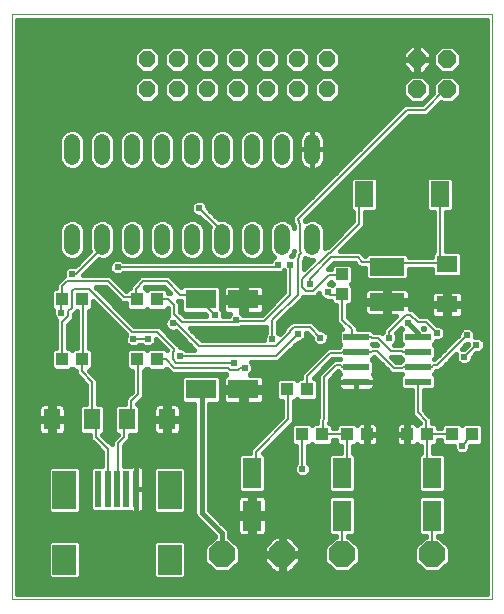
<source format=gtl>
G75*
%MOIN*%
%OFA0B0*%
%FSLAX25Y25*%
%IPPOS*%
%LPD*%
%AMOC8*
5,1,8,0,0,1.08239X$1,22.5*
%
%ADD10C,0.00000*%
%ADD11OC8,0.08500*%
%ADD12R,0.06299X0.10236*%
%ADD13R,0.10236X0.06299*%
%ADD14R,0.11417X0.05906*%
%ADD15R,0.07087X0.05512*%
%ADD16R,0.08661X0.02362*%
%ADD17C,0.05200*%
%ADD18OC8,0.06000*%
%ADD19R,0.03937X0.04331*%
%ADD20OC8,0.05600*%
%ADD21R,0.06299X0.08661*%
%ADD22R,0.04331X0.03937*%
%ADD23R,0.05512X0.07087*%
%ADD24R,0.07874X0.09843*%
%ADD25R,0.07874X0.12992*%
%ADD26R,0.01969X0.12205*%
%ADD27C,0.00800*%
%ADD28C,0.02400*%
%ADD29C,0.01600*%
D10*
X0001800Y0001800D02*
X0001800Y0196800D01*
X0161800Y0196800D01*
X0161800Y0001800D01*
X0001800Y0001800D01*
D11*
X0071800Y0016800D03*
X0091800Y0016800D03*
X0111800Y0016800D03*
X0141800Y0016800D03*
D12*
X0141800Y0029713D03*
X0141800Y0043887D03*
X0111800Y0043887D03*
X0111800Y0029713D03*
X0081800Y0029713D03*
X0081800Y0043887D03*
D13*
X0078887Y0071800D03*
X0064713Y0071800D03*
X0064713Y0101800D03*
X0078887Y0101800D03*
D14*
X0126800Y0100894D03*
X0126800Y0112706D03*
D15*
X0146800Y0113493D03*
X0146800Y0100107D03*
D16*
X0137036Y0089300D03*
X0137036Y0084300D03*
X0137036Y0079300D03*
X0137036Y0074300D03*
X0116564Y0074300D03*
X0116564Y0079300D03*
X0116564Y0084300D03*
X0116564Y0089300D03*
D17*
X0101800Y0119200D02*
X0101800Y0124400D01*
X0091800Y0124400D02*
X0091800Y0119200D01*
X0081800Y0119200D02*
X0081800Y0124400D01*
X0071800Y0124400D02*
X0071800Y0119200D01*
X0061800Y0119200D02*
X0061800Y0124400D01*
X0051800Y0124400D02*
X0051800Y0119200D01*
X0041800Y0119200D02*
X0041800Y0124400D01*
X0031800Y0124400D02*
X0031800Y0119200D01*
X0021800Y0119200D02*
X0021800Y0124400D01*
X0021800Y0149200D02*
X0021800Y0154400D01*
X0031800Y0154400D02*
X0031800Y0149200D01*
X0041800Y0149200D02*
X0041800Y0154400D01*
X0051800Y0154400D02*
X0051800Y0149200D01*
X0061800Y0149200D02*
X0061800Y0154400D01*
X0071800Y0154400D02*
X0071800Y0149200D01*
X0081800Y0149200D02*
X0081800Y0154400D01*
X0091800Y0154400D02*
X0091800Y0149200D01*
X0101800Y0149200D02*
X0101800Y0154400D01*
D18*
X0136800Y0171800D03*
X0136800Y0181800D03*
X0146800Y0181800D03*
X0146800Y0171800D03*
D19*
X0100146Y0071800D03*
X0093454Y0071800D03*
X0098454Y0056800D03*
X0105146Y0056800D03*
X0113454Y0056800D03*
X0120146Y0056800D03*
X0133454Y0056800D03*
X0140146Y0056800D03*
X0148454Y0056800D03*
X0155146Y0056800D03*
X0050146Y0081800D03*
X0043454Y0081800D03*
X0043454Y0101800D03*
X0050146Y0101800D03*
X0025146Y0101800D03*
X0018454Y0101800D03*
X0018454Y0081800D03*
X0025146Y0081800D03*
D20*
X0046800Y0171800D03*
X0046800Y0181800D03*
X0056800Y0181800D03*
X0056800Y0171800D03*
X0066800Y0171800D03*
X0066800Y0181800D03*
X0076800Y0181800D03*
X0076800Y0171800D03*
X0086800Y0171800D03*
X0086800Y0181800D03*
X0096800Y0181800D03*
X0096800Y0171800D03*
X0106800Y0171800D03*
X0106800Y0181800D03*
D21*
X0119202Y0136800D03*
X0144398Y0136800D03*
D22*
X0111800Y0110146D03*
X0111800Y0103454D03*
D23*
X0053493Y0061800D03*
X0040107Y0061800D03*
X0028493Y0061800D03*
X0015107Y0061800D03*
D24*
X0019280Y0014989D03*
X0054320Y0014989D03*
D25*
X0054320Y0038217D03*
X0019280Y0038217D03*
D26*
X0030501Y0038611D03*
X0033650Y0038611D03*
X0036800Y0038611D03*
X0039950Y0038611D03*
X0043099Y0038611D03*
D27*
X0037000Y0039000D02*
X0036800Y0038611D01*
X0037000Y0039000D02*
X0037000Y0053800D01*
X0039000Y0055800D01*
X0039000Y0061000D01*
X0039800Y0061800D01*
X0040107Y0061800D01*
X0040200Y0061800D01*
X0041400Y0063000D01*
X0041400Y0067800D01*
X0043800Y0070200D01*
X0043800Y0081800D01*
X0043454Y0081800D01*
X0042200Y0088600D02*
X0047000Y0088600D01*
X0050200Y0091000D02*
X0055800Y0085400D01*
X0055800Y0084600D01*
X0055400Y0084200D01*
X0055400Y0081800D01*
X0056600Y0080600D01*
X0075800Y0080600D01*
X0073800Y0079000D02*
X0074600Y0078200D01*
X0077000Y0078200D01*
X0077800Y0079000D01*
X0079400Y0079000D01*
X0073800Y0079000D02*
X0055800Y0079000D01*
X0053000Y0081800D01*
X0050146Y0081800D01*
X0057800Y0083000D02*
X0089800Y0083000D01*
X0097000Y0090200D01*
X0094600Y0091000D02*
X0094600Y0091400D01*
X0095800Y0092600D01*
X0101000Y0092600D01*
X0104600Y0089000D01*
X0107800Y0083800D02*
X0111400Y0083800D01*
X0111800Y0084200D01*
X0116200Y0084200D01*
X0116564Y0084300D01*
X0116600Y0084200D01*
X0121400Y0084200D01*
X0121800Y0084600D01*
X0123400Y0084600D01*
X0129000Y0079000D01*
X0131800Y0079000D01*
X0132200Y0079400D01*
X0137000Y0079400D01*
X0137036Y0079300D01*
X0137400Y0079400D01*
X0141800Y0079400D01*
X0142200Y0079800D01*
X0143400Y0079800D01*
X0153400Y0089800D01*
X0156600Y0086600D02*
X0152600Y0082600D01*
X0143400Y0090600D02*
X0139800Y0094200D01*
X0137000Y0094200D01*
X0134600Y0096600D01*
X0133000Y0096600D01*
X0127400Y0091000D01*
X0127400Y0089000D01*
X0123800Y0089000D02*
X0128200Y0084600D01*
X0131800Y0084600D01*
X0132200Y0084200D01*
X0137000Y0084200D01*
X0137036Y0084300D01*
X0137036Y0074300D02*
X0137000Y0074200D01*
X0137000Y0064200D01*
X0139800Y0061400D01*
X0139800Y0057000D01*
X0140146Y0056800D01*
X0140200Y0056600D01*
X0140200Y0045800D01*
X0141800Y0044200D01*
X0141800Y0043887D01*
X0140146Y0056800D02*
X0140200Y0057000D01*
X0148200Y0057000D01*
X0148454Y0056800D01*
X0151800Y0053000D02*
X0153000Y0054200D01*
X0153000Y0054600D01*
X0155000Y0056600D01*
X0155146Y0056800D01*
X0141800Y0029713D02*
X0141800Y0016800D01*
X0113400Y0045800D02*
X0113400Y0056600D01*
X0113454Y0056800D01*
X0113400Y0057000D01*
X0105400Y0057000D01*
X0105146Y0056800D01*
X0105400Y0057400D01*
X0105400Y0061400D01*
X0105800Y0061800D01*
X0105800Y0075800D01*
X0109800Y0079800D01*
X0111400Y0079800D01*
X0111800Y0079400D01*
X0116200Y0079400D01*
X0116564Y0079300D01*
X0116200Y0089000D02*
X0115000Y0090200D01*
X0115000Y0091800D01*
X0111800Y0095000D01*
X0111800Y0103400D01*
X0111800Y0103454D01*
X0111800Y0103400D02*
X0107800Y0103400D01*
X0107000Y0104200D01*
X0102200Y0104600D02*
X0107400Y0109800D01*
X0111800Y0109800D01*
X0111800Y0110146D01*
X0108200Y0115800D02*
X0117000Y0115800D01*
X0118600Y0114200D01*
X0125400Y0114200D01*
X0126600Y0113000D01*
X0126800Y0112706D01*
X0127000Y0113000D01*
X0127800Y0113800D01*
X0144600Y0113800D01*
X0146800Y0113493D01*
X0146600Y0113800D01*
X0144600Y0113800D01*
X0144600Y0136600D01*
X0144398Y0136800D01*
X0139400Y0165000D02*
X0133400Y0165000D01*
X0097000Y0128600D01*
X0097000Y0128200D01*
X0097400Y0127800D01*
X0097400Y0127400D01*
X0097800Y0127000D01*
X0097800Y0117800D01*
X0098200Y0117400D01*
X0097400Y0116600D01*
X0097400Y0115800D01*
X0097000Y0115400D01*
X0097000Y0103400D01*
X0088600Y0095000D01*
X0088600Y0088600D01*
X0089800Y0086200D02*
X0094600Y0091000D01*
X0089800Y0086200D02*
X0064200Y0086200D01*
X0056600Y0093800D01*
X0055400Y0093800D01*
X0058600Y0094200D02*
X0055800Y0097000D01*
X0055800Y0099800D01*
X0053800Y0101800D01*
X0050146Y0101800D01*
X0053400Y0107800D02*
X0045400Y0107800D01*
X0043000Y0105400D01*
X0043000Y0102600D01*
X0043454Y0101800D01*
X0043400Y0101800D01*
X0042600Y0102600D01*
X0039000Y0102600D01*
X0033800Y0107800D01*
X0020200Y0107800D01*
X0018600Y0106200D01*
X0018600Y0101800D01*
X0018454Y0101800D01*
X0018200Y0101800D01*
X0018200Y0097400D01*
X0020600Y0097800D02*
X0021800Y0099000D01*
X0021800Y0104600D01*
X0022600Y0105400D01*
X0027400Y0105400D01*
X0041800Y0091000D01*
X0050200Y0091000D01*
X0058600Y0094200D02*
X0075800Y0094200D01*
X0076600Y0095000D01*
X0076600Y0094600D01*
X0085800Y0094600D01*
X0094600Y0103400D01*
X0094600Y0113400D01*
X0090600Y0113400D02*
X0089800Y0112600D01*
X0037000Y0112600D01*
X0031800Y0119000D02*
X0031800Y0121800D01*
X0031800Y0119000D02*
X0023000Y0110200D01*
X0021800Y0110200D01*
X0025146Y0101800D02*
X0025400Y0101800D01*
X0025400Y0081800D01*
X0025146Y0081800D01*
X0025000Y0081800D01*
X0025000Y0077800D01*
X0028600Y0074200D01*
X0028600Y0061800D01*
X0028493Y0061800D01*
X0028600Y0061800D02*
X0029800Y0060600D01*
X0029800Y0055800D01*
X0033800Y0051800D01*
X0033800Y0039000D01*
X0033650Y0038611D01*
X0018600Y0081800D02*
X0018454Y0081800D01*
X0018600Y0081800D02*
X0018600Y0094200D01*
X0020600Y0096200D01*
X0020600Y0097800D01*
X0053400Y0107800D02*
X0057800Y0103400D01*
X0063000Y0103400D01*
X0064600Y0101800D01*
X0064713Y0101800D01*
X0065000Y0101800D01*
X0065000Y0101000D01*
X0069400Y0096600D01*
X0071800Y0121800D02*
X0071800Y0124600D01*
X0064200Y0132200D01*
X0098600Y0108600D02*
X0098600Y0105800D01*
X0099800Y0104600D01*
X0102200Y0104600D01*
X0101000Y0107000D02*
X0101000Y0108600D01*
X0108200Y0115800D01*
X0107800Y0117400D02*
X0117400Y0127000D01*
X0117400Y0135000D01*
X0119000Y0136600D01*
X0119202Y0136800D01*
X0107800Y0117400D02*
X0107400Y0117400D01*
X0098600Y0108600D01*
X0116600Y0089400D02*
X0116564Y0089300D01*
X0116200Y0089000D01*
X0116600Y0089400D02*
X0121400Y0089400D01*
X0121800Y0089000D01*
X0123800Y0089000D01*
X0107800Y0083800D02*
X0100200Y0076200D01*
X0100200Y0071800D01*
X0100146Y0071800D01*
X0093800Y0071800D02*
X0093800Y0061800D01*
X0083000Y0051000D01*
X0083000Y0045400D01*
X0081800Y0044200D01*
X0081800Y0043887D01*
X0098600Y0045400D02*
X0098600Y0056600D01*
X0098454Y0056800D01*
X0093800Y0071800D02*
X0093454Y0071800D01*
X0113400Y0045800D02*
X0111800Y0044200D01*
X0111800Y0043887D01*
X0111800Y0029713D02*
X0111800Y0016800D01*
X0139400Y0165000D02*
X0146200Y0171800D01*
X0146800Y0171800D01*
D28*
X0146800Y0161800D03*
X0156800Y0186800D03*
X0126800Y0141800D03*
X0111800Y0131800D03*
X0101800Y0141800D03*
X0086800Y0136800D03*
X0090600Y0113400D03*
X0094600Y0113400D03*
X0101000Y0107000D03*
X0107000Y0104200D03*
X0106800Y0096800D03*
X0104600Y0089000D03*
X0097000Y0090200D03*
X0088600Y0088600D03*
X0084300Y0079300D03*
X0079400Y0079000D03*
X0075800Y0080600D03*
X0076600Y0095000D03*
X0069400Y0096600D03*
X0057800Y0083000D03*
X0055400Y0093800D03*
X0047000Y0088600D03*
X0042200Y0088600D03*
X0051800Y0071800D03*
X0069300Y0041800D03*
X0098600Y0045400D03*
X0109300Y0071800D03*
X0124300Y0064300D03*
X0126800Y0071800D03*
X0127400Y0089000D03*
X0133800Y0093800D03*
X0143400Y0090600D03*
X0153400Y0089800D03*
X0156600Y0086600D03*
X0152600Y0082600D03*
X0146800Y0066800D03*
X0151800Y0053000D03*
X0126800Y0039300D03*
X0126800Y0039300D03*
X0086800Y0101800D03*
X0064200Y0132200D03*
X0055300Y0109800D03*
X0037000Y0112600D03*
X0021800Y0110200D03*
X0018200Y0097400D03*
X0006800Y0081800D03*
X0011800Y0016800D03*
X0121800Y0186800D03*
D29*
X0132000Y0183788D02*
X0132000Y0182000D01*
X0136600Y0182000D01*
X0136600Y0186600D01*
X0134812Y0186600D01*
X0132000Y0183788D01*
X0132242Y0184030D02*
X0110792Y0184030D01*
X0111200Y0183623D02*
X0108623Y0186200D01*
X0104977Y0186200D01*
X0102400Y0183623D01*
X0102400Y0179977D01*
X0104977Y0177400D01*
X0108623Y0177400D01*
X0111200Y0179977D01*
X0111200Y0183623D01*
X0111200Y0182432D02*
X0132000Y0182432D01*
X0132000Y0181600D02*
X0132000Y0179812D01*
X0134812Y0177000D01*
X0136600Y0177000D01*
X0136600Y0181600D01*
X0137000Y0181600D01*
X0137000Y0182000D01*
X0141600Y0182000D01*
X0141600Y0183788D01*
X0138788Y0186600D01*
X0137000Y0186600D01*
X0137000Y0182000D01*
X0136600Y0182000D01*
X0136600Y0181600D01*
X0132000Y0181600D01*
X0132000Y0180833D02*
X0111200Y0180833D01*
X0110457Y0179235D02*
X0132577Y0179235D01*
X0134176Y0177636D02*
X0108859Y0177636D01*
X0108623Y0176200D02*
X0104977Y0176200D01*
X0102400Y0173623D01*
X0102400Y0169977D01*
X0104977Y0167400D01*
X0108623Y0167400D01*
X0111200Y0169977D01*
X0111200Y0173623D01*
X0108623Y0176200D01*
X0108785Y0176038D02*
X0134532Y0176038D01*
X0134895Y0176400D02*
X0132200Y0173705D01*
X0132200Y0169895D01*
X0134895Y0167200D01*
X0138705Y0167200D01*
X0141400Y0169895D01*
X0141400Y0173705D01*
X0138705Y0176400D01*
X0134895Y0176400D01*
X0136600Y0177636D02*
X0137000Y0177636D01*
X0137000Y0177000D02*
X0138788Y0177000D01*
X0141600Y0179812D01*
X0141600Y0181600D01*
X0137000Y0181600D01*
X0137000Y0177000D01*
X0137000Y0179235D02*
X0136600Y0179235D01*
X0136600Y0180833D02*
X0137000Y0180833D01*
X0137000Y0182432D02*
X0136600Y0182432D01*
X0136600Y0184030D02*
X0137000Y0184030D01*
X0137000Y0185629D02*
X0136600Y0185629D01*
X0133841Y0185629D02*
X0109194Y0185629D01*
X0104406Y0185629D02*
X0099194Y0185629D01*
X0098623Y0186200D02*
X0094977Y0186200D01*
X0092400Y0183623D01*
X0092400Y0179977D01*
X0094977Y0177400D01*
X0098623Y0177400D01*
X0101200Y0179977D01*
X0101200Y0183623D01*
X0098623Y0186200D01*
X0100792Y0184030D02*
X0102808Y0184030D01*
X0102400Y0182432D02*
X0101200Y0182432D01*
X0101200Y0180833D02*
X0102400Y0180833D01*
X0103143Y0179235D02*
X0100457Y0179235D01*
X0098859Y0177636D02*
X0104741Y0177636D01*
X0104815Y0176038D02*
X0098785Y0176038D01*
X0098623Y0176200D02*
X0094977Y0176200D01*
X0092400Y0173623D01*
X0092400Y0169977D01*
X0094977Y0167400D01*
X0098623Y0167400D01*
X0101200Y0169977D01*
X0101200Y0173623D01*
X0098623Y0176200D01*
X0100383Y0174439D02*
X0103217Y0174439D01*
X0102400Y0172841D02*
X0101200Y0172841D01*
X0101200Y0171242D02*
X0102400Y0171242D01*
X0102734Y0169644D02*
X0100866Y0169644D01*
X0099268Y0168045D02*
X0104332Y0168045D01*
X0109268Y0168045D02*
X0134049Y0168045D01*
X0132572Y0167000D02*
X0131400Y0165828D01*
X0095000Y0129428D01*
X0095000Y0127372D01*
X0095400Y0126972D01*
X0095400Y0126684D01*
X0095361Y0126779D01*
X0094179Y0127961D01*
X0092635Y0128600D01*
X0090965Y0128600D01*
X0089421Y0127961D01*
X0088239Y0126779D01*
X0087600Y0125235D01*
X0087600Y0118365D01*
X0088239Y0116821D01*
X0089207Y0115854D01*
X0089014Y0115774D01*
X0088226Y0114986D01*
X0088066Y0114600D01*
X0038960Y0114600D01*
X0038586Y0114974D01*
X0037557Y0115400D01*
X0036443Y0115400D01*
X0035414Y0114974D01*
X0034626Y0114186D01*
X0034200Y0113157D01*
X0034200Y0112043D01*
X0034626Y0111014D01*
X0035414Y0110226D01*
X0036443Y0109800D01*
X0037557Y0109800D01*
X0038586Y0110226D01*
X0038960Y0110600D01*
X0091157Y0110600D01*
X0092186Y0111026D01*
X0092600Y0111440D01*
X0092600Y0104228D01*
X0084972Y0096600D01*
X0078960Y0096600D01*
X0078186Y0097374D01*
X0078112Y0097404D01*
X0078112Y0101025D01*
X0079661Y0101025D01*
X0079661Y0096850D01*
X0084242Y0096850D01*
X0084699Y0096973D01*
X0085110Y0097210D01*
X0085445Y0097545D01*
X0085682Y0097956D01*
X0085805Y0098413D01*
X0085805Y0101025D01*
X0079661Y0101025D01*
X0079661Y0102575D01*
X0078112Y0102575D01*
X0078112Y0106750D01*
X0073532Y0106750D01*
X0073074Y0106627D01*
X0072663Y0106390D01*
X0072328Y0106055D01*
X0072091Y0105644D01*
X0071969Y0105187D01*
X0071969Y0102575D01*
X0078112Y0102575D01*
X0078112Y0101025D01*
X0071969Y0101025D01*
X0071969Y0098413D01*
X0072091Y0097956D01*
X0072328Y0097545D01*
X0072663Y0097210D01*
X0073074Y0096973D01*
X0073532Y0096850D01*
X0074491Y0096850D01*
X0074226Y0096586D01*
X0074066Y0096200D01*
X0072200Y0096200D01*
X0072200Y0097157D01*
X0071774Y0098186D01*
X0071431Y0098528D01*
X0071431Y0105612D01*
X0070494Y0106550D01*
X0058933Y0106550D01*
X0058206Y0105823D01*
X0054228Y0109800D01*
X0044572Y0109800D01*
X0043400Y0108628D01*
X0041000Y0106228D01*
X0041000Y0105565D01*
X0040822Y0105565D01*
X0039885Y0104628D01*
X0039885Y0104600D01*
X0039828Y0104600D01*
X0034628Y0109800D01*
X0025428Y0109800D01*
X0030727Y0115098D01*
X0030965Y0115000D01*
X0032635Y0115000D01*
X0034179Y0115639D01*
X0035361Y0116821D01*
X0036000Y0118365D01*
X0036000Y0125235D01*
X0035361Y0126779D01*
X0034179Y0127961D01*
X0032635Y0128600D01*
X0030965Y0128600D01*
X0029421Y0127961D01*
X0028239Y0126779D01*
X0027600Y0125235D01*
X0027600Y0118365D01*
X0027816Y0117844D01*
X0022792Y0112820D01*
X0022357Y0113000D01*
X0021243Y0113000D01*
X0020214Y0112574D01*
X0019426Y0111786D01*
X0019000Y0110757D01*
X0019000Y0109643D01*
X0019063Y0109491D01*
X0018200Y0108628D01*
X0016600Y0107028D01*
X0016600Y0105565D01*
X0015822Y0105565D01*
X0014885Y0104628D01*
X0014885Y0098972D01*
X0015546Y0098310D01*
X0015400Y0097957D01*
X0015400Y0096843D01*
X0015826Y0095814D01*
X0016606Y0095034D01*
X0016600Y0095028D01*
X0016600Y0085565D01*
X0015822Y0085565D01*
X0014885Y0084628D01*
X0014885Y0078972D01*
X0015822Y0078035D01*
X0021085Y0078035D01*
X0021800Y0078750D01*
X0022515Y0078035D01*
X0023000Y0078035D01*
X0023000Y0076972D01*
X0024172Y0075800D01*
X0026600Y0073372D01*
X0026600Y0066943D01*
X0025074Y0066943D01*
X0024137Y0066006D01*
X0024137Y0057594D01*
X0025074Y0056657D01*
X0027800Y0056657D01*
X0027800Y0054972D01*
X0028972Y0053800D01*
X0031800Y0050972D01*
X0031800Y0046313D01*
X0028854Y0046313D01*
X0027917Y0045376D01*
X0027917Y0031846D01*
X0028854Y0030909D01*
X0041286Y0030909D01*
X0041420Y0030831D01*
X0041878Y0030709D01*
X0043099Y0030709D01*
X0043099Y0038611D01*
X0043099Y0038611D01*
X0043099Y0046513D01*
X0041878Y0046513D01*
X0041420Y0046391D01*
X0041286Y0046313D01*
X0039000Y0046313D01*
X0039000Y0052972D01*
X0039828Y0053800D01*
X0041000Y0054972D01*
X0041000Y0056657D01*
X0043526Y0056657D01*
X0044463Y0057594D01*
X0044463Y0066006D01*
X0043526Y0066943D01*
X0043400Y0066943D01*
X0043400Y0066972D01*
X0045800Y0069372D01*
X0045800Y0078035D01*
X0046085Y0078035D01*
X0046800Y0078750D01*
X0047515Y0078035D01*
X0052778Y0078035D01*
X0053357Y0078614D01*
X0053800Y0078172D01*
X0054972Y0077000D01*
X0072972Y0077000D01*
X0073287Y0076684D01*
X0073074Y0076627D01*
X0072663Y0076390D01*
X0072328Y0076055D01*
X0072091Y0075644D01*
X0071969Y0075187D01*
X0071969Y0072575D01*
X0078112Y0072575D01*
X0078112Y0071025D01*
X0079661Y0071025D01*
X0079661Y0066850D01*
X0084242Y0066850D01*
X0084699Y0066973D01*
X0085110Y0067210D01*
X0085445Y0067545D01*
X0085682Y0067956D01*
X0085805Y0068413D01*
X0085805Y0071025D01*
X0079661Y0071025D01*
X0079661Y0072575D01*
X0085805Y0072575D01*
X0085805Y0075187D01*
X0085682Y0075644D01*
X0085445Y0076055D01*
X0085110Y0076390D01*
X0084699Y0076627D01*
X0084242Y0076750D01*
X0081109Y0076750D01*
X0081774Y0077414D01*
X0082200Y0078443D01*
X0082200Y0079557D01*
X0081774Y0080586D01*
X0081360Y0081000D01*
X0090628Y0081000D01*
X0091800Y0082172D01*
X0097028Y0087400D01*
X0097557Y0087400D01*
X0098586Y0087826D01*
X0099374Y0088614D01*
X0099800Y0089643D01*
X0099800Y0090600D01*
X0100172Y0090600D01*
X0101800Y0088972D01*
X0101800Y0088443D01*
X0102226Y0087414D01*
X0103014Y0086626D01*
X0104043Y0086200D01*
X0105157Y0086200D01*
X0106186Y0086626D01*
X0106974Y0087414D01*
X0107400Y0088443D01*
X0107400Y0089557D01*
X0106974Y0090586D01*
X0106186Y0091374D01*
X0105157Y0091800D01*
X0104628Y0091800D01*
X0101828Y0094600D01*
X0094972Y0094600D01*
X0093800Y0093428D01*
X0092600Y0092228D01*
X0092600Y0091828D01*
X0090966Y0090194D01*
X0090600Y0090560D01*
X0090600Y0094172D01*
X0099000Y0102572D01*
X0099000Y0102600D01*
X0103028Y0102600D01*
X0104200Y0103772D01*
X0104200Y0103643D01*
X0104626Y0102614D01*
X0105414Y0101826D01*
X0106443Y0101400D01*
X0108035Y0101400D01*
X0108035Y0100822D01*
X0108972Y0099885D01*
X0109800Y0099885D01*
X0109800Y0094172D01*
X0111890Y0092081D01*
X0111570Y0092081D01*
X0110633Y0091144D01*
X0110633Y0087456D01*
X0111289Y0086800D01*
X0110633Y0086144D01*
X0110633Y0085861D01*
X0110572Y0085800D01*
X0106972Y0085800D01*
X0105800Y0084628D01*
X0098200Y0077028D01*
X0098200Y0075565D01*
X0097515Y0075565D01*
X0096800Y0074850D01*
X0096085Y0075565D01*
X0090822Y0075565D01*
X0089885Y0074628D01*
X0089885Y0068972D01*
X0090822Y0068035D01*
X0091800Y0068035D01*
X0091800Y0062628D01*
X0082172Y0053000D01*
X0081000Y0051828D01*
X0081000Y0050605D01*
X0077988Y0050605D01*
X0077050Y0049667D01*
X0077050Y0038106D01*
X0077988Y0037169D01*
X0085612Y0037169D01*
X0086550Y0038106D01*
X0086550Y0049667D01*
X0085612Y0050605D01*
X0085433Y0050605D01*
X0095800Y0060972D01*
X0095800Y0068035D01*
X0096085Y0068035D01*
X0096800Y0068750D01*
X0097515Y0068035D01*
X0102778Y0068035D01*
X0103715Y0068972D01*
X0103715Y0074628D01*
X0102778Y0075565D01*
X0102394Y0075565D01*
X0108628Y0081800D01*
X0111289Y0081800D01*
X0108972Y0081800D01*
X0104972Y0077800D01*
X0103800Y0076628D01*
X0103800Y0062628D01*
X0103400Y0062228D01*
X0103400Y0060565D01*
X0102515Y0060565D01*
X0101800Y0059850D01*
X0101085Y0060565D01*
X0095822Y0060565D01*
X0094885Y0059628D01*
X0094885Y0053972D01*
X0095822Y0053035D01*
X0096600Y0053035D01*
X0096600Y0047360D01*
X0096226Y0046986D01*
X0095800Y0045957D01*
X0095800Y0044843D01*
X0096226Y0043814D01*
X0097014Y0043026D01*
X0098043Y0042600D01*
X0099157Y0042600D01*
X0100186Y0043026D01*
X0100974Y0043814D01*
X0101400Y0044843D01*
X0101400Y0045957D01*
X0100974Y0046986D01*
X0100600Y0047360D01*
X0100600Y0053035D01*
X0101085Y0053035D01*
X0101800Y0053750D01*
X0102515Y0053035D01*
X0107778Y0053035D01*
X0108715Y0053972D01*
X0108715Y0055000D01*
X0109885Y0055000D01*
X0109885Y0053972D01*
X0110822Y0053035D01*
X0111400Y0053035D01*
X0111400Y0050605D01*
X0107988Y0050605D01*
X0107050Y0049667D01*
X0107050Y0038106D01*
X0107988Y0037169D01*
X0115612Y0037169D01*
X0116550Y0038106D01*
X0116550Y0049667D01*
X0115612Y0050605D01*
X0115400Y0050605D01*
X0115400Y0053035D01*
X0116085Y0053035D01*
X0116680Y0053630D01*
X0116738Y0053529D01*
X0117073Y0053194D01*
X0117483Y0052957D01*
X0117941Y0052835D01*
X0119962Y0052835D01*
X0119962Y0056616D01*
X0120331Y0056616D01*
X0120331Y0056984D01*
X0123915Y0056984D01*
X0123915Y0059202D01*
X0123792Y0059660D01*
X0123555Y0060071D01*
X0123220Y0060406D01*
X0122810Y0060643D01*
X0122352Y0060765D01*
X0120331Y0060765D01*
X0120331Y0056984D01*
X0119962Y0056984D01*
X0119962Y0060765D01*
X0117941Y0060765D01*
X0117483Y0060643D01*
X0117073Y0060406D01*
X0116738Y0060071D01*
X0116680Y0059970D01*
X0116085Y0060565D01*
X0110822Y0060565D01*
X0109885Y0059628D01*
X0109885Y0059000D01*
X0108715Y0059000D01*
X0108715Y0059628D01*
X0107778Y0060565D01*
X0107400Y0060565D01*
X0107400Y0060572D01*
X0107800Y0060972D01*
X0107800Y0074972D01*
X0110600Y0077772D01*
X0110633Y0077738D01*
X0110633Y0077456D01*
X0111153Y0076936D01*
X0111128Y0076921D01*
X0110793Y0076586D01*
X0110556Y0076176D01*
X0110433Y0075718D01*
X0110433Y0074300D01*
X0116564Y0074300D01*
X0122694Y0074300D01*
X0122694Y0075718D01*
X0122572Y0076176D01*
X0122335Y0076586D01*
X0122000Y0076921D01*
X0121974Y0076936D01*
X0122494Y0077456D01*
X0122494Y0081144D01*
X0121838Y0081800D01*
X0122494Y0082456D01*
X0122494Y0082466D01*
X0122600Y0082572D01*
X0128172Y0077000D01*
X0131562Y0077000D01*
X0131762Y0076800D01*
X0131106Y0076144D01*
X0131106Y0072456D01*
X0132043Y0071519D01*
X0135000Y0071519D01*
X0135000Y0063372D01*
X0137800Y0060572D01*
X0137800Y0060565D01*
X0137515Y0060565D01*
X0136920Y0059970D01*
X0136862Y0060071D01*
X0136527Y0060406D01*
X0136117Y0060643D01*
X0135659Y0060765D01*
X0133638Y0060765D01*
X0133638Y0056984D01*
X0133269Y0056984D01*
X0133269Y0056616D01*
X0129685Y0056616D01*
X0129685Y0054398D01*
X0129808Y0053940D01*
X0130045Y0053529D01*
X0130380Y0053194D01*
X0130790Y0052957D01*
X0131248Y0052835D01*
X0133269Y0052835D01*
X0133269Y0056616D01*
X0133638Y0056616D01*
X0133638Y0052835D01*
X0135659Y0052835D01*
X0136117Y0052957D01*
X0136527Y0053194D01*
X0136862Y0053529D01*
X0136920Y0053630D01*
X0137515Y0053035D01*
X0138200Y0053035D01*
X0138200Y0050605D01*
X0137988Y0050605D01*
X0137050Y0049667D01*
X0137050Y0038106D01*
X0137988Y0037169D01*
X0145612Y0037169D01*
X0146550Y0038106D01*
X0146550Y0049667D01*
X0145612Y0050605D01*
X0142200Y0050605D01*
X0142200Y0053035D01*
X0142778Y0053035D01*
X0143715Y0053972D01*
X0143715Y0055000D01*
X0144885Y0055000D01*
X0144885Y0053972D01*
X0145822Y0053035D01*
X0149000Y0053035D01*
X0149000Y0052443D01*
X0149426Y0051414D01*
X0150214Y0050626D01*
X0151243Y0050200D01*
X0152357Y0050200D01*
X0153386Y0050626D01*
X0154174Y0051414D01*
X0154600Y0052443D01*
X0154600Y0052972D01*
X0154663Y0053035D01*
X0157778Y0053035D01*
X0158715Y0053972D01*
X0158715Y0059628D01*
X0157778Y0060565D01*
X0152515Y0060565D01*
X0151800Y0059850D01*
X0151085Y0060565D01*
X0145822Y0060565D01*
X0144885Y0059628D01*
X0144885Y0059000D01*
X0143715Y0059000D01*
X0143715Y0059628D01*
X0142778Y0060565D01*
X0141800Y0060565D01*
X0141800Y0062228D01*
X0140628Y0063400D01*
X0139000Y0065028D01*
X0139000Y0071519D01*
X0142030Y0071519D01*
X0142967Y0072456D01*
X0142967Y0076144D01*
X0142311Y0076800D01*
X0142967Y0077456D01*
X0142967Y0077738D01*
X0143028Y0077800D01*
X0144228Y0077800D01*
X0145400Y0078972D01*
X0149952Y0083523D01*
X0149800Y0083157D01*
X0149800Y0082043D01*
X0150226Y0081014D01*
X0151014Y0080226D01*
X0152043Y0079800D01*
X0153157Y0079800D01*
X0154186Y0080226D01*
X0154974Y0081014D01*
X0155400Y0082043D01*
X0155400Y0082572D01*
X0156628Y0083800D01*
X0157157Y0083800D01*
X0158186Y0084226D01*
X0158974Y0085014D01*
X0159400Y0086043D01*
X0159400Y0087157D01*
X0158974Y0088186D01*
X0158186Y0088974D01*
X0157157Y0089400D01*
X0156200Y0089400D01*
X0156200Y0090357D01*
X0155774Y0091386D01*
X0154986Y0092174D01*
X0153957Y0092600D01*
X0152843Y0092600D01*
X0151814Y0092174D01*
X0151026Y0091386D01*
X0150600Y0090357D01*
X0150600Y0089828D01*
X0142572Y0081800D01*
X0142311Y0081800D01*
X0142311Y0081800D01*
X0142967Y0082456D01*
X0142967Y0086144D01*
X0142311Y0086800D01*
X0142967Y0087456D01*
X0142967Y0087800D01*
X0143957Y0087800D01*
X0144986Y0088226D01*
X0145774Y0089014D01*
X0146200Y0090043D01*
X0146200Y0091157D01*
X0145774Y0092186D01*
X0144986Y0092974D01*
X0143957Y0093400D01*
X0143428Y0093400D01*
X0140628Y0096200D01*
X0137828Y0096200D01*
X0135428Y0098600D01*
X0134309Y0098600D01*
X0134309Y0100218D01*
X0127476Y0100218D01*
X0127476Y0096142D01*
X0129713Y0096142D01*
X0125400Y0091828D01*
X0125400Y0090960D01*
X0125034Y0090594D01*
X0124628Y0091000D01*
X0122628Y0091000D01*
X0122494Y0091134D01*
X0122494Y0091144D01*
X0121557Y0092081D01*
X0117000Y0092081D01*
X0117000Y0092628D01*
X0115828Y0093800D01*
X0113800Y0095828D01*
X0113800Y0099885D01*
X0114628Y0099885D01*
X0115565Y0100822D01*
X0115565Y0106085D01*
X0114850Y0106800D01*
X0115565Y0107515D01*
X0115565Y0112778D01*
X0114628Y0113715D01*
X0108972Y0113715D01*
X0108035Y0112778D01*
X0108035Y0111800D01*
X0107028Y0111800D01*
X0109028Y0113800D01*
X0116172Y0113800D01*
X0116600Y0113372D01*
X0117772Y0112200D01*
X0119491Y0112200D01*
X0119491Y0109090D01*
X0120429Y0108153D01*
X0133171Y0108153D01*
X0134109Y0109090D01*
X0134109Y0111800D01*
X0141657Y0111800D01*
X0141657Y0110074D01*
X0142594Y0109137D01*
X0151006Y0109137D01*
X0151943Y0110074D01*
X0151943Y0116912D01*
X0151006Y0117849D01*
X0146600Y0117849D01*
X0146600Y0130869D01*
X0148211Y0130869D01*
X0149148Y0131807D01*
X0149148Y0141793D01*
X0148211Y0142731D01*
X0140586Y0142731D01*
X0139649Y0141793D01*
X0139649Y0131807D01*
X0140586Y0130869D01*
X0142600Y0130869D01*
X0142600Y0117849D01*
X0142594Y0117849D01*
X0141657Y0116912D01*
X0141657Y0115800D01*
X0134109Y0115800D01*
X0134109Y0116321D01*
X0133171Y0117258D01*
X0120429Y0117258D01*
X0119491Y0116321D01*
X0119491Y0116200D01*
X0119428Y0116200D01*
X0117828Y0117800D01*
X0111028Y0117800D01*
X0118228Y0125000D01*
X0119400Y0126172D01*
X0119400Y0130869D01*
X0123014Y0130869D01*
X0123951Y0131807D01*
X0123951Y0141793D01*
X0123014Y0142731D01*
X0115389Y0142731D01*
X0114452Y0141793D01*
X0114452Y0131807D01*
X0115389Y0130869D01*
X0115400Y0130869D01*
X0115400Y0127828D01*
X0106972Y0119400D01*
X0106572Y0119400D01*
X0106000Y0118828D01*
X0106000Y0125235D01*
X0105361Y0126779D01*
X0104179Y0127961D01*
X0102635Y0128600D01*
X0100965Y0128600D01*
X0099595Y0128033D01*
X0099428Y0128200D01*
X0134228Y0163000D01*
X0140228Y0163000D01*
X0144662Y0167433D01*
X0144895Y0167200D01*
X0148705Y0167200D01*
X0151400Y0169895D01*
X0151400Y0173705D01*
X0148705Y0176400D01*
X0144895Y0176400D01*
X0142200Y0173705D01*
X0142200Y0170628D01*
X0138572Y0167000D01*
X0132572Y0167000D01*
X0132018Y0166447D02*
X0003600Y0166447D01*
X0003600Y0168045D02*
X0044332Y0168045D01*
X0044977Y0167400D02*
X0048623Y0167400D01*
X0051200Y0169977D01*
X0051200Y0173623D01*
X0048623Y0176200D01*
X0044977Y0176200D01*
X0042400Y0173623D01*
X0042400Y0169977D01*
X0044977Y0167400D01*
X0042734Y0169644D02*
X0003600Y0169644D01*
X0003600Y0171242D02*
X0042400Y0171242D01*
X0042400Y0172841D02*
X0003600Y0172841D01*
X0003600Y0174439D02*
X0043217Y0174439D01*
X0044815Y0176038D02*
X0003600Y0176038D01*
X0003600Y0177636D02*
X0044741Y0177636D01*
X0044977Y0177400D02*
X0048623Y0177400D01*
X0051200Y0179977D01*
X0051200Y0183623D01*
X0048623Y0186200D01*
X0044977Y0186200D01*
X0042400Y0183623D01*
X0042400Y0179977D01*
X0044977Y0177400D01*
X0043143Y0179235D02*
X0003600Y0179235D01*
X0003600Y0180833D02*
X0042400Y0180833D01*
X0042400Y0182432D02*
X0003600Y0182432D01*
X0003600Y0184030D02*
X0042808Y0184030D01*
X0044406Y0185629D02*
X0003600Y0185629D01*
X0003600Y0187227D02*
X0160000Y0187227D01*
X0160000Y0185629D02*
X0149477Y0185629D01*
X0148705Y0186400D02*
X0144895Y0186400D01*
X0142200Y0183705D01*
X0142200Y0179895D01*
X0144895Y0177200D01*
X0148705Y0177200D01*
X0151400Y0179895D01*
X0151400Y0183705D01*
X0148705Y0186400D01*
X0151075Y0184030D02*
X0160000Y0184030D01*
X0160000Y0182432D02*
X0151400Y0182432D01*
X0151400Y0180833D02*
X0160000Y0180833D01*
X0160000Y0179235D02*
X0150740Y0179235D01*
X0149142Y0177636D02*
X0160000Y0177636D01*
X0160000Y0176038D02*
X0149068Y0176038D01*
X0150666Y0174439D02*
X0160000Y0174439D01*
X0160000Y0172841D02*
X0151400Y0172841D01*
X0151400Y0171242D02*
X0160000Y0171242D01*
X0160000Y0169644D02*
X0151149Y0169644D01*
X0149551Y0168045D02*
X0160000Y0168045D01*
X0160000Y0166447D02*
X0143675Y0166447D01*
X0142077Y0164848D02*
X0160000Y0164848D01*
X0160000Y0163250D02*
X0140478Y0163250D01*
X0139617Y0168045D02*
X0139551Y0168045D01*
X0141149Y0169644D02*
X0141215Y0169644D01*
X0141400Y0171242D02*
X0142200Y0171242D01*
X0142200Y0172841D02*
X0141400Y0172841D01*
X0140666Y0174439D02*
X0142934Y0174439D01*
X0144532Y0176038D02*
X0139068Y0176038D01*
X0139424Y0177636D02*
X0144458Y0177636D01*
X0142860Y0179235D02*
X0141023Y0179235D01*
X0141600Y0180833D02*
X0142200Y0180833D01*
X0142200Y0182432D02*
X0141600Y0182432D01*
X0141358Y0184030D02*
X0142525Y0184030D01*
X0144123Y0185629D02*
X0139759Y0185629D01*
X0132934Y0174439D02*
X0110383Y0174439D01*
X0111200Y0172841D02*
X0132200Y0172841D01*
X0132200Y0171242D02*
X0111200Y0171242D01*
X0110866Y0169644D02*
X0132451Y0169644D01*
X0130420Y0164848D02*
X0003600Y0164848D01*
X0003600Y0163250D02*
X0128821Y0163250D01*
X0127223Y0161651D02*
X0003600Y0161651D01*
X0003600Y0160053D02*
X0125624Y0160053D01*
X0124026Y0158454D02*
X0103535Y0158454D01*
X0103489Y0158478D02*
X0102830Y0158692D01*
X0102146Y0158800D01*
X0101800Y0158800D01*
X0101800Y0151800D01*
X0106200Y0151800D01*
X0106200Y0154746D01*
X0106092Y0155430D01*
X0105878Y0156089D01*
X0105563Y0156706D01*
X0105156Y0157266D01*
X0104666Y0157756D01*
X0104106Y0158163D01*
X0103489Y0158478D01*
X0101800Y0158454D02*
X0101800Y0158454D01*
X0101800Y0158800D02*
X0101454Y0158800D01*
X0100770Y0158692D01*
X0100111Y0158478D01*
X0099494Y0158163D01*
X0098934Y0157756D01*
X0098444Y0157266D01*
X0098037Y0156706D01*
X0097722Y0156089D01*
X0097508Y0155430D01*
X0097400Y0154746D01*
X0097400Y0151800D01*
X0101800Y0151800D01*
X0101800Y0151800D01*
X0101800Y0151800D01*
X0106200Y0151800D01*
X0106200Y0148854D01*
X0106092Y0148170D01*
X0105878Y0147511D01*
X0105563Y0146894D01*
X0105156Y0146334D01*
X0104666Y0145844D01*
X0104106Y0145437D01*
X0103489Y0145122D01*
X0102830Y0144908D01*
X0102146Y0144800D01*
X0101800Y0144800D01*
X0101800Y0151800D01*
X0101800Y0151800D01*
X0101800Y0151800D01*
X0101800Y0158800D01*
X0100065Y0158454D02*
X0092988Y0158454D01*
X0092635Y0158600D02*
X0090965Y0158600D01*
X0089421Y0157961D01*
X0088239Y0156779D01*
X0087600Y0155235D01*
X0087600Y0148365D01*
X0088239Y0146821D01*
X0089421Y0145639D01*
X0090965Y0145000D01*
X0092635Y0145000D01*
X0094179Y0145639D01*
X0095361Y0146821D01*
X0096000Y0148365D01*
X0096000Y0155235D01*
X0095361Y0156779D01*
X0094179Y0157961D01*
X0092635Y0158600D01*
X0095284Y0156856D02*
X0098145Y0156856D01*
X0097481Y0155257D02*
X0095991Y0155257D01*
X0096000Y0153659D02*
X0097400Y0153659D01*
X0097400Y0152060D02*
X0096000Y0152060D01*
X0097400Y0151800D02*
X0097400Y0148854D01*
X0097508Y0148170D01*
X0097722Y0147511D01*
X0098037Y0146894D01*
X0098444Y0146334D01*
X0098934Y0145844D01*
X0099494Y0145437D01*
X0100111Y0145122D01*
X0100770Y0144908D01*
X0101454Y0144800D01*
X0101800Y0144800D01*
X0101800Y0151800D01*
X0097400Y0151800D01*
X0097400Y0150462D02*
X0096000Y0150462D01*
X0096000Y0148863D02*
X0097400Y0148863D01*
X0097848Y0147265D02*
X0095544Y0147265D01*
X0094206Y0145666D02*
X0099178Y0145666D01*
X0101800Y0145666D02*
X0101800Y0145666D01*
X0101800Y0147265D02*
X0101800Y0147265D01*
X0101800Y0148863D02*
X0101800Y0148863D01*
X0101800Y0150462D02*
X0101800Y0150462D01*
X0101800Y0152060D02*
X0101800Y0152060D01*
X0101800Y0153659D02*
X0101800Y0153659D01*
X0101800Y0155257D02*
X0101800Y0155257D01*
X0101800Y0156856D02*
X0101800Y0156856D01*
X0105455Y0156856D02*
X0122427Y0156856D01*
X0120829Y0155257D02*
X0106119Y0155257D01*
X0106200Y0153659D02*
X0119230Y0153659D01*
X0117632Y0152060D02*
X0106200Y0152060D01*
X0106200Y0150462D02*
X0116033Y0150462D01*
X0114435Y0148863D02*
X0106200Y0148863D01*
X0105752Y0147265D02*
X0112836Y0147265D01*
X0111238Y0145666D02*
X0104422Y0145666D01*
X0108041Y0142469D02*
X0003600Y0142469D01*
X0003600Y0140870D02*
X0106442Y0140870D01*
X0104844Y0139272D02*
X0003600Y0139272D01*
X0003600Y0137673D02*
X0103245Y0137673D01*
X0101647Y0136075D02*
X0003600Y0136075D01*
X0003600Y0134476D02*
X0062517Y0134476D01*
X0062614Y0134574D02*
X0061826Y0133786D01*
X0061400Y0132757D01*
X0061400Y0131643D01*
X0061826Y0130614D01*
X0062614Y0129826D01*
X0063643Y0129400D01*
X0064172Y0129400D01*
X0067816Y0125756D01*
X0067600Y0125235D01*
X0067600Y0118365D01*
X0068239Y0116821D01*
X0069421Y0115639D01*
X0070965Y0115000D01*
X0072635Y0115000D01*
X0074179Y0115639D01*
X0075361Y0116821D01*
X0076000Y0118365D01*
X0076000Y0125235D01*
X0075361Y0126779D01*
X0074179Y0127961D01*
X0072635Y0128600D01*
X0070965Y0128600D01*
X0070727Y0128502D01*
X0067000Y0132228D01*
X0067000Y0132757D01*
X0066574Y0133786D01*
X0065786Y0134574D01*
X0064757Y0135000D01*
X0063643Y0135000D01*
X0062614Y0134574D01*
X0061450Y0132878D02*
X0003600Y0132878D01*
X0003600Y0131279D02*
X0061551Y0131279D01*
X0062965Y0129681D02*
X0003600Y0129681D01*
X0003600Y0128082D02*
X0019715Y0128082D01*
X0019421Y0127961D02*
X0018239Y0126779D01*
X0017600Y0125235D01*
X0017600Y0118365D01*
X0018239Y0116821D01*
X0019421Y0115639D01*
X0020965Y0115000D01*
X0022635Y0115000D01*
X0024179Y0115639D01*
X0025361Y0116821D01*
X0026000Y0118365D01*
X0026000Y0125235D01*
X0025361Y0126779D01*
X0024179Y0127961D01*
X0022635Y0128600D01*
X0020965Y0128600D01*
X0019421Y0127961D01*
X0018117Y0126484D02*
X0003600Y0126484D01*
X0003600Y0124885D02*
X0017600Y0124885D01*
X0017600Y0123287D02*
X0003600Y0123287D01*
X0003600Y0121688D02*
X0017600Y0121688D01*
X0017600Y0120090D02*
X0003600Y0120090D01*
X0003600Y0118491D02*
X0017600Y0118491D01*
X0018210Y0116893D02*
X0003600Y0116893D01*
X0003600Y0115294D02*
X0020254Y0115294D01*
X0019737Y0112097D02*
X0003600Y0112097D01*
X0003600Y0110499D02*
X0019000Y0110499D01*
X0018472Y0108900D02*
X0003600Y0108900D01*
X0003600Y0107302D02*
X0016873Y0107302D01*
X0016600Y0105703D02*
X0003600Y0105703D01*
X0003600Y0104105D02*
X0014885Y0104105D01*
X0014885Y0102506D02*
X0003600Y0102506D01*
X0003600Y0100908D02*
X0014885Y0100908D01*
X0014885Y0099309D02*
X0003600Y0099309D01*
X0003600Y0097711D02*
X0015400Y0097711D01*
X0015703Y0096112D02*
X0003600Y0096112D01*
X0003600Y0094514D02*
X0016600Y0094514D01*
X0016600Y0092915D02*
X0003600Y0092915D01*
X0003600Y0091317D02*
X0016600Y0091317D01*
X0016600Y0089718D02*
X0003600Y0089718D01*
X0003600Y0088120D02*
X0016600Y0088120D01*
X0016600Y0086521D02*
X0003600Y0086521D01*
X0003600Y0084923D02*
X0015180Y0084923D01*
X0014885Y0083324D02*
X0003600Y0083324D01*
X0003600Y0081726D02*
X0014885Y0081726D01*
X0014885Y0080127D02*
X0003600Y0080127D01*
X0003600Y0078529D02*
X0015328Y0078529D01*
X0020600Y0085565D02*
X0020600Y0093372D01*
X0021428Y0094200D01*
X0022600Y0095372D01*
X0022600Y0096972D01*
X0022628Y0097000D01*
X0023400Y0097772D01*
X0023400Y0085565D01*
X0022515Y0085565D01*
X0021800Y0084850D01*
X0021085Y0085565D01*
X0020600Y0085565D01*
X0020600Y0086521D02*
X0023400Y0086521D01*
X0023400Y0088120D02*
X0020600Y0088120D01*
X0020600Y0089718D02*
X0023400Y0089718D01*
X0023400Y0091317D02*
X0020600Y0091317D01*
X0020600Y0092915D02*
X0023400Y0092915D01*
X0023400Y0094514D02*
X0021742Y0094514D01*
X0022600Y0096112D02*
X0023400Y0096112D01*
X0023400Y0097711D02*
X0023339Y0097711D01*
X0027400Y0097711D02*
X0032261Y0097711D01*
X0030662Y0099309D02*
X0028715Y0099309D01*
X0028715Y0098972D02*
X0028715Y0101257D01*
X0039800Y0090172D01*
X0039814Y0090157D01*
X0039400Y0089157D01*
X0039400Y0088043D01*
X0039826Y0087014D01*
X0040614Y0086226D01*
X0041643Y0085800D01*
X0042757Y0085800D01*
X0043786Y0086226D01*
X0044160Y0086600D01*
X0045040Y0086600D01*
X0045414Y0086226D01*
X0046443Y0085800D01*
X0047557Y0085800D01*
X0048586Y0086226D01*
X0049374Y0087014D01*
X0049800Y0088043D01*
X0049800Y0088572D01*
X0053400Y0084972D01*
X0053400Y0084943D01*
X0052778Y0085565D01*
X0047515Y0085565D01*
X0046800Y0084850D01*
X0046085Y0085565D01*
X0040822Y0085565D01*
X0039885Y0084628D01*
X0039885Y0078972D01*
X0040822Y0078035D01*
X0041800Y0078035D01*
X0041800Y0071028D01*
X0040572Y0069800D01*
X0039400Y0068628D01*
X0039400Y0066943D01*
X0036688Y0066943D01*
X0035751Y0066006D01*
X0035751Y0057594D01*
X0036688Y0056657D01*
X0037000Y0056657D01*
X0037000Y0056628D01*
X0035000Y0054628D01*
X0035000Y0053428D01*
X0031800Y0056628D01*
X0031800Y0056657D01*
X0031912Y0056657D01*
X0032849Y0057594D01*
X0032849Y0066006D01*
X0031912Y0066943D01*
X0030600Y0066943D01*
X0030600Y0075028D01*
X0027594Y0078035D01*
X0027778Y0078035D01*
X0028715Y0078972D01*
X0028715Y0084628D01*
X0027778Y0085565D01*
X0027400Y0085565D01*
X0027400Y0098035D01*
X0027778Y0098035D01*
X0028715Y0098972D01*
X0028715Y0100908D02*
X0029064Y0100908D01*
X0031524Y0104105D02*
X0034667Y0104105D01*
X0033122Y0102506D02*
X0036265Y0102506D01*
X0037000Y0101772D02*
X0038172Y0100600D01*
X0039885Y0100600D01*
X0039885Y0098972D01*
X0040822Y0098035D01*
X0046085Y0098035D01*
X0046800Y0098750D01*
X0047515Y0098035D01*
X0052778Y0098035D01*
X0053715Y0098972D01*
X0053715Y0099057D01*
X0053800Y0098972D01*
X0053800Y0096172D01*
X0053806Y0096166D01*
X0053026Y0095386D01*
X0052600Y0094357D01*
X0052600Y0093243D01*
X0053026Y0092214D01*
X0053814Y0091426D01*
X0054843Y0091000D01*
X0055957Y0091000D01*
X0056392Y0091180D01*
X0062200Y0085372D01*
X0062572Y0085000D01*
X0059760Y0085000D01*
X0059386Y0085374D01*
X0058357Y0085800D01*
X0057800Y0085800D01*
X0057800Y0086228D01*
X0056628Y0087400D01*
X0051028Y0093000D01*
X0042628Y0093000D01*
X0029828Y0105800D01*
X0032972Y0105800D01*
X0037000Y0101772D01*
X0037864Y0100908D02*
X0034721Y0100908D01*
X0036319Y0099309D02*
X0039885Y0099309D01*
X0039516Y0096112D02*
X0053752Y0096112D01*
X0053800Y0097711D02*
X0037918Y0097711D01*
X0035458Y0094514D02*
X0027400Y0094514D01*
X0027400Y0096112D02*
X0033859Y0096112D01*
X0037056Y0092915D02*
X0027400Y0092915D01*
X0027400Y0091317D02*
X0038655Y0091317D01*
X0039632Y0089718D02*
X0027400Y0089718D01*
X0027400Y0088120D02*
X0039400Y0088120D01*
X0040319Y0086521D02*
X0027400Y0086521D01*
X0028420Y0084923D02*
X0040180Y0084923D01*
X0039885Y0083324D02*
X0028715Y0083324D01*
X0028715Y0081726D02*
X0039885Y0081726D01*
X0039885Y0080127D02*
X0028715Y0080127D01*
X0028272Y0078529D02*
X0040328Y0078529D01*
X0041800Y0076930D02*
X0028698Y0076930D01*
X0030297Y0075332D02*
X0041800Y0075332D01*
X0041800Y0073733D02*
X0030600Y0073733D01*
X0030600Y0072134D02*
X0041800Y0072134D01*
X0041308Y0070536D02*
X0030600Y0070536D01*
X0030600Y0068937D02*
X0039709Y0068937D01*
X0039400Y0067339D02*
X0030600Y0067339D01*
X0032849Y0065740D02*
X0035751Y0065740D01*
X0035751Y0064142D02*
X0032849Y0064142D01*
X0032849Y0062543D02*
X0035751Y0062543D01*
X0035751Y0060945D02*
X0032849Y0060945D01*
X0032849Y0059346D02*
X0035751Y0059346D01*
X0035751Y0057748D02*
X0032849Y0057748D01*
X0032279Y0056149D02*
X0036521Y0056149D01*
X0035000Y0054551D02*
X0033878Y0054551D01*
X0031418Y0051354D02*
X0003600Y0051354D01*
X0003600Y0052952D02*
X0029819Y0052952D01*
X0028221Y0054551D02*
X0003600Y0054551D01*
X0003600Y0056149D02*
X0027800Y0056149D01*
X0024137Y0057748D02*
X0019590Y0057748D01*
X0019540Y0057562D02*
X0019663Y0058020D01*
X0019663Y0061222D01*
X0015685Y0061222D01*
X0015685Y0056457D01*
X0018100Y0056457D01*
X0018558Y0056579D01*
X0018968Y0056816D01*
X0019303Y0057151D01*
X0019540Y0057562D01*
X0019663Y0059346D02*
X0024137Y0059346D01*
X0024137Y0060945D02*
X0019663Y0060945D01*
X0019663Y0062378D02*
X0019663Y0065580D01*
X0019540Y0066038D01*
X0019303Y0066449D01*
X0018968Y0066784D01*
X0018558Y0067021D01*
X0018100Y0067143D01*
X0015685Y0067143D01*
X0015685Y0062378D01*
X0014529Y0062378D01*
X0014529Y0061222D01*
X0010551Y0061222D01*
X0010551Y0058020D01*
X0010674Y0057562D01*
X0010911Y0057151D01*
X0011246Y0056816D01*
X0011656Y0056579D01*
X0012114Y0056457D01*
X0014529Y0056457D01*
X0014529Y0061222D01*
X0015685Y0061222D01*
X0015685Y0062378D01*
X0019663Y0062378D01*
X0019663Y0062543D02*
X0024137Y0062543D01*
X0024137Y0064142D02*
X0019663Y0064142D01*
X0019620Y0065740D02*
X0024137Y0065740D01*
X0026600Y0067339D02*
X0003600Y0067339D01*
X0003600Y0068937D02*
X0026600Y0068937D01*
X0026600Y0070536D02*
X0003600Y0070536D01*
X0003600Y0072134D02*
X0026600Y0072134D01*
X0026239Y0073733D02*
X0003600Y0073733D01*
X0003600Y0075332D02*
X0024640Y0075332D01*
X0023042Y0076930D02*
X0003600Y0076930D01*
X0011246Y0066784D02*
X0010911Y0066449D01*
X0010674Y0066038D01*
X0010551Y0065580D01*
X0010551Y0062378D01*
X0014529Y0062378D01*
X0014529Y0067143D01*
X0012114Y0067143D01*
X0011656Y0067021D01*
X0011246Y0066784D01*
X0010594Y0065740D02*
X0003600Y0065740D01*
X0003600Y0064142D02*
X0010551Y0064142D01*
X0010551Y0062543D02*
X0003600Y0062543D01*
X0003600Y0060945D02*
X0010551Y0060945D01*
X0010551Y0059346D02*
X0003600Y0059346D01*
X0003600Y0057748D02*
X0010624Y0057748D01*
X0014529Y0057748D02*
X0015685Y0057748D01*
X0015685Y0059346D02*
X0014529Y0059346D01*
X0014529Y0060945D02*
X0015685Y0060945D01*
X0015685Y0062543D02*
X0014529Y0062543D01*
X0014529Y0064142D02*
X0015685Y0064142D01*
X0015685Y0065740D02*
X0014529Y0065740D01*
X0021579Y0078529D02*
X0022021Y0078529D01*
X0021872Y0084923D02*
X0021728Y0084923D01*
X0029925Y0105703D02*
X0033068Y0105703D01*
X0035528Y0108900D02*
X0043672Y0108900D01*
X0042073Y0107302D02*
X0037127Y0107302D01*
X0038725Y0105703D02*
X0041000Y0105703D01*
X0038859Y0110499D02*
X0092600Y0110499D01*
X0092600Y0111440D02*
X0092600Y0111440D01*
X0092600Y0108900D02*
X0055128Y0108900D01*
X0056727Y0107302D02*
X0092600Y0107302D01*
X0092600Y0105703D02*
X0085648Y0105703D01*
X0085682Y0105644D02*
X0085445Y0106055D01*
X0085110Y0106390D01*
X0084699Y0106627D01*
X0084242Y0106750D01*
X0079661Y0106750D01*
X0079661Y0102575D01*
X0085805Y0102575D01*
X0085805Y0105187D01*
X0085682Y0105644D01*
X0085805Y0104105D02*
X0092476Y0104105D01*
X0090878Y0102506D02*
X0079661Y0102506D01*
X0078112Y0102506D02*
X0071431Y0102506D01*
X0071431Y0100908D02*
X0071969Y0100908D01*
X0071969Y0099309D02*
X0071431Y0099309D01*
X0071971Y0097711D02*
X0072233Y0097711D01*
X0071969Y0104105D02*
X0071431Y0104105D01*
X0071341Y0105703D02*
X0072125Y0105703D01*
X0078112Y0105703D02*
X0079661Y0105703D01*
X0079661Y0104105D02*
X0078112Y0104105D01*
X0078112Y0100908D02*
X0079661Y0100908D01*
X0079661Y0099309D02*
X0078112Y0099309D01*
X0078112Y0097711D02*
X0079661Y0097711D01*
X0078123Y0092600D02*
X0077157Y0092200D01*
X0061028Y0092200D01*
X0065028Y0088200D01*
X0085800Y0088200D01*
X0085800Y0089157D01*
X0086226Y0090186D01*
X0086600Y0090560D01*
X0086600Y0092600D01*
X0078123Y0092600D01*
X0085541Y0097711D02*
X0086082Y0097711D01*
X0085805Y0099309D02*
X0087681Y0099309D01*
X0089279Y0100908D02*
X0085805Y0100908D01*
X0090942Y0094514D02*
X0094885Y0094514D01*
X0093800Y0093428D02*
X0093800Y0093428D01*
X0093287Y0092915D02*
X0090600Y0092915D01*
X0090600Y0091317D02*
X0092088Y0091317D01*
X0092541Y0096112D02*
X0109800Y0096112D01*
X0109800Y0094514D02*
X0101915Y0094514D01*
X0103513Y0092915D02*
X0111056Y0092915D01*
X0110806Y0091317D02*
X0106243Y0091317D01*
X0107333Y0089718D02*
X0110633Y0089718D01*
X0110633Y0088120D02*
X0107266Y0088120D01*
X0105932Y0086521D02*
X0111010Y0086521D01*
X0111289Y0081800D02*
X0111289Y0081800D01*
X0108897Y0081726D02*
X0108554Y0081726D01*
X0107299Y0080127D02*
X0106955Y0080127D01*
X0105700Y0078529D02*
X0105357Y0078529D01*
X0104102Y0076930D02*
X0103758Y0076930D01*
X0103800Y0075332D02*
X0103012Y0075332D01*
X0103715Y0073733D02*
X0103800Y0073733D01*
X0103800Y0072134D02*
X0103715Y0072134D01*
X0103715Y0070536D02*
X0103800Y0070536D01*
X0103800Y0068937D02*
X0103681Y0068937D01*
X0103800Y0067339D02*
X0095800Y0067339D01*
X0095800Y0065740D02*
X0103800Y0065740D01*
X0103800Y0064142D02*
X0095800Y0064142D01*
X0095800Y0062543D02*
X0103715Y0062543D01*
X0103400Y0060945D02*
X0095773Y0060945D01*
X0094885Y0059346D02*
X0094175Y0059346D01*
X0094885Y0057748D02*
X0092576Y0057748D01*
X0090978Y0056149D02*
X0094885Y0056149D01*
X0094885Y0054551D02*
X0089379Y0054551D01*
X0087781Y0052952D02*
X0096600Y0052952D01*
X0096600Y0051354D02*
X0086182Y0051354D01*
X0086462Y0049755D02*
X0096600Y0049755D01*
X0096600Y0048157D02*
X0086550Y0048157D01*
X0086550Y0046558D02*
X0096049Y0046558D01*
X0095800Y0044960D02*
X0086550Y0044960D01*
X0086550Y0043361D02*
X0096679Y0043361D01*
X0100521Y0043361D02*
X0107050Y0043361D01*
X0107050Y0041763D02*
X0086550Y0041763D01*
X0086550Y0040164D02*
X0107050Y0040164D01*
X0107050Y0038566D02*
X0086550Y0038566D01*
X0085644Y0036509D02*
X0085187Y0036631D01*
X0082575Y0036631D01*
X0082575Y0030488D01*
X0086750Y0030488D01*
X0086750Y0035068D01*
X0086627Y0035526D01*
X0086390Y0035937D01*
X0086055Y0036272D01*
X0085644Y0036509D01*
X0086669Y0035369D02*
X0107050Y0035369D01*
X0107050Y0035494D02*
X0107050Y0023933D01*
X0107988Y0022995D01*
X0109800Y0022995D01*
X0109800Y0022650D01*
X0109377Y0022650D01*
X0105950Y0019223D01*
X0105950Y0014377D01*
X0109377Y0010950D01*
X0114223Y0010950D01*
X0117650Y0014377D01*
X0117650Y0019223D01*
X0114223Y0022650D01*
X0113800Y0022650D01*
X0113800Y0022995D01*
X0115612Y0022995D01*
X0116550Y0023933D01*
X0116550Y0035494D01*
X0115612Y0036431D01*
X0107988Y0036431D01*
X0107050Y0035494D01*
X0107050Y0033770D02*
X0086750Y0033770D01*
X0086750Y0032172D02*
X0107050Y0032172D01*
X0107050Y0030573D02*
X0086750Y0030573D01*
X0086750Y0028939D02*
X0082575Y0028939D01*
X0082575Y0030488D01*
X0081025Y0030488D01*
X0081025Y0028939D01*
X0076850Y0028939D01*
X0076850Y0024358D01*
X0076973Y0023900D01*
X0077210Y0023490D01*
X0077545Y0023155D01*
X0077956Y0022918D01*
X0078413Y0022795D01*
X0081025Y0022795D01*
X0081025Y0028938D01*
X0082575Y0028938D01*
X0082575Y0022795D01*
X0085187Y0022795D01*
X0085644Y0022918D01*
X0086055Y0023155D01*
X0086390Y0023490D01*
X0086627Y0023900D01*
X0086750Y0024358D01*
X0086750Y0028939D01*
X0086750Y0027376D02*
X0107050Y0027376D01*
X0107050Y0025778D02*
X0086750Y0025778D01*
X0086702Y0024179D02*
X0107050Y0024179D01*
X0107709Y0020982D02*
X0096174Y0020982D01*
X0097772Y0019384D02*
X0106110Y0019384D01*
X0105950Y0017785D02*
X0097850Y0017785D01*
X0097850Y0017300D02*
X0097850Y0019306D01*
X0094306Y0022850D01*
X0092300Y0022850D01*
X0092300Y0017300D01*
X0097850Y0017300D01*
X0097850Y0016300D02*
X0092300Y0016300D01*
X0092300Y0017300D01*
X0091300Y0017300D01*
X0091300Y0022850D01*
X0089294Y0022850D01*
X0085750Y0019306D01*
X0085750Y0017300D01*
X0091300Y0017300D01*
X0091300Y0016300D01*
X0092300Y0016300D01*
X0092300Y0010750D01*
X0094306Y0010750D01*
X0097850Y0014294D01*
X0097850Y0016300D01*
X0097850Y0016187D02*
X0105950Y0016187D01*
X0105950Y0014588D02*
X0097850Y0014588D01*
X0096546Y0012990D02*
X0107337Y0012990D01*
X0108936Y0011391D02*
X0094947Y0011391D01*
X0092300Y0011391D02*
X0091300Y0011391D01*
X0091300Y0010750D02*
X0091300Y0016300D01*
X0085750Y0016300D01*
X0085750Y0014294D01*
X0089294Y0010750D01*
X0091300Y0010750D01*
X0091300Y0012990D02*
X0092300Y0012990D01*
X0092300Y0014588D02*
X0091300Y0014588D01*
X0091300Y0016187D02*
X0092300Y0016187D01*
X0092300Y0017785D02*
X0091300Y0017785D01*
X0091300Y0019384D02*
X0092300Y0019384D01*
X0092300Y0020982D02*
X0091300Y0020982D01*
X0091300Y0022581D02*
X0092300Y0022581D01*
X0094575Y0022581D02*
X0109308Y0022581D01*
X0114292Y0022581D02*
X0139308Y0022581D01*
X0139377Y0022650D02*
X0135950Y0019223D01*
X0135950Y0014377D01*
X0139377Y0010950D01*
X0144223Y0010950D01*
X0147650Y0014377D01*
X0147650Y0019223D01*
X0144223Y0022650D01*
X0143800Y0022650D01*
X0143800Y0022995D01*
X0145612Y0022995D01*
X0146550Y0023933D01*
X0146550Y0035494D01*
X0145612Y0036431D01*
X0137988Y0036431D01*
X0137050Y0035494D01*
X0137050Y0023933D01*
X0137988Y0022995D01*
X0139800Y0022995D01*
X0139800Y0022650D01*
X0139377Y0022650D01*
X0137709Y0020982D02*
X0115891Y0020982D01*
X0117490Y0019384D02*
X0136110Y0019384D01*
X0135950Y0017785D02*
X0117650Y0017785D01*
X0117650Y0016187D02*
X0135950Y0016187D01*
X0135950Y0014588D02*
X0117650Y0014588D01*
X0116263Y0012990D02*
X0137337Y0012990D01*
X0138936Y0011391D02*
X0114664Y0011391D01*
X0116550Y0024179D02*
X0137050Y0024179D01*
X0137050Y0025778D02*
X0116550Y0025778D01*
X0116550Y0027376D02*
X0137050Y0027376D01*
X0137050Y0028975D02*
X0116550Y0028975D01*
X0116550Y0030573D02*
X0137050Y0030573D01*
X0137050Y0032172D02*
X0116550Y0032172D01*
X0116550Y0033770D02*
X0137050Y0033770D01*
X0137050Y0035369D02*
X0116550Y0035369D01*
X0116550Y0038566D02*
X0137050Y0038566D01*
X0137050Y0040164D02*
X0116550Y0040164D01*
X0116550Y0041763D02*
X0137050Y0041763D01*
X0137050Y0043361D02*
X0116550Y0043361D01*
X0116550Y0044960D02*
X0137050Y0044960D01*
X0137050Y0046558D02*
X0116550Y0046558D01*
X0116550Y0048157D02*
X0137050Y0048157D01*
X0137138Y0049755D02*
X0116462Y0049755D01*
X0115400Y0051354D02*
X0138200Y0051354D01*
X0138200Y0052952D02*
X0136098Y0052952D01*
X0133638Y0052952D02*
X0133269Y0052952D01*
X0133269Y0054551D02*
X0133638Y0054551D01*
X0133638Y0056149D02*
X0133269Y0056149D01*
X0133269Y0056984D02*
X0129685Y0056984D01*
X0129685Y0059202D01*
X0129808Y0059660D01*
X0130045Y0060071D01*
X0130380Y0060406D01*
X0130790Y0060643D01*
X0131248Y0060765D01*
X0133269Y0060765D01*
X0133269Y0056984D01*
X0133269Y0057748D02*
X0133638Y0057748D01*
X0133638Y0059346D02*
X0133269Y0059346D01*
X0129724Y0059346D02*
X0123876Y0059346D01*
X0123915Y0057748D02*
X0129685Y0057748D01*
X0129685Y0056149D02*
X0123915Y0056149D01*
X0123915Y0056616D02*
X0120331Y0056616D01*
X0120331Y0052835D01*
X0122352Y0052835D01*
X0122810Y0052957D01*
X0123220Y0053194D01*
X0123555Y0053529D01*
X0123792Y0053940D01*
X0123915Y0054398D01*
X0123915Y0056616D01*
X0123915Y0054551D02*
X0129685Y0054551D01*
X0130809Y0052952D02*
X0122791Y0052952D01*
X0120331Y0052952D02*
X0119962Y0052952D01*
X0119962Y0054551D02*
X0120331Y0054551D01*
X0120331Y0056149D02*
X0119962Y0056149D01*
X0119962Y0057748D02*
X0120331Y0057748D01*
X0120331Y0059346D02*
X0119962Y0059346D01*
X0117502Y0052952D02*
X0115400Y0052952D01*
X0111400Y0052952D02*
X0100600Y0052952D01*
X0100600Y0051354D02*
X0111400Y0051354D01*
X0109885Y0054551D02*
X0108715Y0054551D01*
X0108715Y0059346D02*
X0109885Y0059346D01*
X0107773Y0060945D02*
X0137427Y0060945D01*
X0135828Y0062543D02*
X0107800Y0062543D01*
X0107800Y0064142D02*
X0135000Y0064142D01*
X0135000Y0065740D02*
X0107800Y0065740D01*
X0107800Y0067339D02*
X0135000Y0067339D01*
X0135000Y0068937D02*
X0107800Y0068937D01*
X0107800Y0070536D02*
X0135000Y0070536D01*
X0131427Y0072134D02*
X0122405Y0072134D01*
X0122335Y0072014D02*
X0122572Y0072424D01*
X0122694Y0072882D01*
X0122694Y0074300D01*
X0116564Y0074300D01*
X0116564Y0074300D01*
X0116564Y0071319D01*
X0121131Y0071319D01*
X0121589Y0071442D01*
X0122000Y0071679D01*
X0122335Y0072014D01*
X0122694Y0073733D02*
X0131106Y0073733D01*
X0131106Y0075332D02*
X0122694Y0075332D01*
X0121985Y0076930D02*
X0131632Y0076930D01*
X0130972Y0081000D02*
X0129828Y0081000D01*
X0128228Y0082600D01*
X0129028Y0082600D01*
X0130972Y0082600D01*
X0131106Y0082466D01*
X0131106Y0082456D01*
X0131762Y0081800D01*
X0131106Y0081144D01*
X0131106Y0081134D01*
X0130972Y0081000D01*
X0131687Y0081726D02*
X0129103Y0081726D01*
X0126643Y0078529D02*
X0122494Y0078529D01*
X0122494Y0080127D02*
X0125045Y0080127D01*
X0123446Y0081726D02*
X0121913Y0081726D01*
X0122038Y0086600D02*
X0121838Y0086800D01*
X0122038Y0087000D01*
X0122972Y0087000D01*
X0123372Y0086600D01*
X0122038Y0086600D01*
X0122322Y0091317D02*
X0125400Y0091317D01*
X0126487Y0092915D02*
X0116713Y0092915D01*
X0115115Y0094514D02*
X0128085Y0094514D01*
X0129684Y0096112D02*
X0113800Y0096112D01*
X0113800Y0097711D02*
X0119291Y0097711D01*
X0119291Y0097705D02*
X0119414Y0097247D01*
X0119651Y0096837D01*
X0119986Y0096501D01*
X0120397Y0096264D01*
X0120854Y0096142D01*
X0126124Y0096142D01*
X0126124Y0100218D01*
X0127476Y0100218D01*
X0127476Y0101571D01*
X0126124Y0101571D01*
X0126124Y0105647D01*
X0120854Y0105647D01*
X0120397Y0105525D01*
X0119986Y0105288D01*
X0119651Y0104952D01*
X0119414Y0104542D01*
X0119291Y0104084D01*
X0119291Y0101571D01*
X0126124Y0101571D01*
X0126124Y0100218D01*
X0119291Y0100218D01*
X0119291Y0097705D01*
X0119291Y0099309D02*
X0113800Y0099309D01*
X0115565Y0100908D02*
X0126124Y0100908D01*
X0127476Y0100908D02*
X0141457Y0100908D01*
X0141457Y0100685D02*
X0146222Y0100685D01*
X0146222Y0099529D01*
X0147378Y0099529D01*
X0147378Y0095551D01*
X0150580Y0095551D01*
X0151038Y0095674D01*
X0151449Y0095911D01*
X0151784Y0096246D01*
X0152021Y0096656D01*
X0152143Y0097114D01*
X0152143Y0099529D01*
X0147378Y0099529D01*
X0147378Y0100685D01*
X0152143Y0100685D01*
X0152143Y0103100D01*
X0152021Y0103558D01*
X0151784Y0103968D01*
X0151449Y0104303D01*
X0151038Y0104540D01*
X0150580Y0104663D01*
X0147378Y0104663D01*
X0147378Y0100685D01*
X0146222Y0100685D01*
X0146222Y0104663D01*
X0143020Y0104663D01*
X0142562Y0104540D01*
X0142151Y0104303D01*
X0141816Y0103968D01*
X0141579Y0103558D01*
X0141457Y0103100D01*
X0141457Y0100685D01*
X0141457Y0099529D02*
X0141457Y0097114D01*
X0141579Y0096656D01*
X0141816Y0096246D01*
X0142151Y0095911D01*
X0142562Y0095674D01*
X0143020Y0095551D01*
X0146222Y0095551D01*
X0146222Y0099529D01*
X0141457Y0099529D01*
X0141457Y0099309D02*
X0134309Y0099309D01*
X0134309Y0101571D02*
X0134309Y0104084D01*
X0134186Y0104542D01*
X0133949Y0104952D01*
X0133614Y0105288D01*
X0133203Y0105525D01*
X0132746Y0105647D01*
X0127476Y0105647D01*
X0127476Y0101571D01*
X0134309Y0101571D01*
X0134309Y0102506D02*
X0141457Y0102506D01*
X0141953Y0104105D02*
X0134303Y0104105D01*
X0136318Y0097711D02*
X0141457Y0097711D01*
X0141950Y0096112D02*
X0140716Y0096112D01*
X0142315Y0094514D02*
X0160000Y0094514D01*
X0160000Y0096112D02*
X0151650Y0096112D01*
X0152143Y0097711D02*
X0160000Y0097711D01*
X0160000Y0099309D02*
X0152143Y0099309D01*
X0152143Y0100908D02*
X0160000Y0100908D01*
X0160000Y0102506D02*
X0152143Y0102506D01*
X0151647Y0104105D02*
X0160000Y0104105D01*
X0160000Y0105703D02*
X0115565Y0105703D01*
X0115565Y0104105D02*
X0119297Y0104105D01*
X0119291Y0102506D02*
X0115565Y0102506D01*
X0115352Y0107302D02*
X0160000Y0107302D01*
X0160000Y0108900D02*
X0133919Y0108900D01*
X0134109Y0110499D02*
X0141657Y0110499D01*
X0141657Y0116893D02*
X0133537Y0116893D01*
X0142600Y0118491D02*
X0111720Y0118491D01*
X0113318Y0120090D02*
X0142600Y0120090D01*
X0142600Y0121688D02*
X0114917Y0121688D01*
X0116515Y0123287D02*
X0142600Y0123287D01*
X0142600Y0124885D02*
X0118114Y0124885D01*
X0119400Y0126484D02*
X0142600Y0126484D01*
X0142600Y0128082D02*
X0119400Y0128082D01*
X0119400Y0129681D02*
X0142600Y0129681D01*
X0140176Y0131279D02*
X0123424Y0131279D01*
X0123951Y0132878D02*
X0139649Y0132878D01*
X0139649Y0134476D02*
X0123951Y0134476D01*
X0123951Y0136075D02*
X0139649Y0136075D01*
X0139649Y0137673D02*
X0123951Y0137673D01*
X0123951Y0139272D02*
X0139649Y0139272D01*
X0139649Y0140870D02*
X0123951Y0140870D01*
X0123276Y0142469D02*
X0140324Y0142469D01*
X0148472Y0142469D02*
X0160000Y0142469D01*
X0160000Y0140870D02*
X0149148Y0140870D01*
X0149148Y0139272D02*
X0160000Y0139272D01*
X0160000Y0137673D02*
X0149148Y0137673D01*
X0149148Y0136075D02*
X0160000Y0136075D01*
X0160000Y0134476D02*
X0149148Y0134476D01*
X0149148Y0132878D02*
X0160000Y0132878D01*
X0160000Y0131279D02*
X0148621Y0131279D01*
X0146600Y0129681D02*
X0160000Y0129681D01*
X0160000Y0128082D02*
X0146600Y0128082D01*
X0146600Y0126484D02*
X0160000Y0126484D01*
X0160000Y0124885D02*
X0146600Y0124885D01*
X0146600Y0123287D02*
X0160000Y0123287D01*
X0160000Y0121688D02*
X0146600Y0121688D01*
X0146600Y0120090D02*
X0160000Y0120090D01*
X0160000Y0118491D02*
X0146600Y0118491D01*
X0151943Y0116893D02*
X0160000Y0116893D01*
X0160000Y0115294D02*
X0151943Y0115294D01*
X0151943Y0113696D02*
X0160000Y0113696D01*
X0160000Y0112097D02*
X0151943Y0112097D01*
X0151943Y0110499D02*
X0160000Y0110499D01*
X0147378Y0104105D02*
X0146222Y0104105D01*
X0146222Y0102506D02*
X0147378Y0102506D01*
X0147378Y0100908D02*
X0146222Y0100908D01*
X0146222Y0099309D02*
X0147378Y0099309D01*
X0147378Y0097711D02*
X0146222Y0097711D01*
X0146222Y0096112D02*
X0147378Y0096112D01*
X0145045Y0092915D02*
X0160000Y0092915D01*
X0160000Y0091317D02*
X0155802Y0091317D01*
X0156200Y0089718D02*
X0160000Y0089718D01*
X0160000Y0088120D02*
X0159001Y0088120D01*
X0159400Y0086521D02*
X0160000Y0086521D01*
X0160000Y0084923D02*
X0158882Y0084923D01*
X0160000Y0083324D02*
X0156152Y0083324D01*
X0155268Y0081726D02*
X0160000Y0081726D01*
X0160000Y0080127D02*
X0153947Y0080127D01*
X0151253Y0080127D02*
X0146555Y0080127D01*
X0144957Y0078529D02*
X0160000Y0078529D01*
X0160000Y0076930D02*
X0142441Y0076930D01*
X0142967Y0075332D02*
X0160000Y0075332D01*
X0160000Y0073733D02*
X0142967Y0073733D01*
X0142645Y0072134D02*
X0160000Y0072134D01*
X0160000Y0070536D02*
X0139000Y0070536D01*
X0139000Y0068937D02*
X0160000Y0068937D01*
X0160000Y0067339D02*
X0139000Y0067339D01*
X0139000Y0065740D02*
X0160000Y0065740D01*
X0160000Y0064142D02*
X0139886Y0064142D01*
X0141485Y0062543D02*
X0160000Y0062543D01*
X0160000Y0060945D02*
X0141800Y0060945D01*
X0143715Y0059346D02*
X0144885Y0059346D01*
X0144885Y0054551D02*
X0143715Y0054551D01*
X0142200Y0052952D02*
X0149000Y0052952D01*
X0149486Y0051354D02*
X0142200Y0051354D01*
X0146462Y0049755D02*
X0160000Y0049755D01*
X0160000Y0048157D02*
X0146550Y0048157D01*
X0146550Y0046558D02*
X0160000Y0046558D01*
X0160000Y0044960D02*
X0146550Y0044960D01*
X0146550Y0043361D02*
X0160000Y0043361D01*
X0160000Y0041763D02*
X0146550Y0041763D01*
X0146550Y0040164D02*
X0160000Y0040164D01*
X0160000Y0038566D02*
X0146550Y0038566D01*
X0146550Y0035369D02*
X0160000Y0035369D01*
X0160000Y0036967D02*
X0067400Y0036967D01*
X0067400Y0035369D02*
X0076931Y0035369D01*
X0076973Y0035526D02*
X0076850Y0035068D01*
X0076850Y0030488D01*
X0081025Y0030488D01*
X0081025Y0036631D01*
X0078413Y0036631D01*
X0077956Y0036509D01*
X0077545Y0036272D01*
X0077210Y0035937D01*
X0076973Y0035526D01*
X0076850Y0033770D02*
X0067400Y0033770D01*
X0067400Y0032172D02*
X0076850Y0032172D01*
X0076850Y0030573D02*
X0068421Y0030573D01*
X0067400Y0031594D02*
X0067400Y0067050D01*
X0070494Y0067050D01*
X0071431Y0067988D01*
X0071431Y0075612D01*
X0070494Y0076550D01*
X0058933Y0076550D01*
X0057995Y0075612D01*
X0057995Y0067988D01*
X0058933Y0067050D01*
X0062600Y0067050D01*
X0062600Y0030123D01*
X0062965Y0029241D01*
X0069400Y0022806D01*
X0069400Y0022650D01*
X0069377Y0022650D01*
X0065950Y0019223D01*
X0065950Y0014377D01*
X0069377Y0010950D01*
X0074223Y0010950D01*
X0077650Y0014377D01*
X0077650Y0019223D01*
X0074223Y0022650D01*
X0074200Y0022650D01*
X0074200Y0024277D01*
X0073835Y0025159D01*
X0073159Y0025835D01*
X0067400Y0031594D01*
X0065000Y0030600D02*
X0071800Y0023800D01*
X0071800Y0016800D01*
X0075891Y0020982D02*
X0087426Y0020982D01*
X0085828Y0019384D02*
X0077490Y0019384D01*
X0077650Y0017785D02*
X0085750Y0017785D01*
X0085750Y0016187D02*
X0077650Y0016187D01*
X0077650Y0014588D02*
X0085750Y0014588D01*
X0087054Y0012990D02*
X0076263Y0012990D01*
X0074664Y0011391D02*
X0088653Y0011391D01*
X0089025Y0022581D02*
X0074292Y0022581D01*
X0074200Y0024179D02*
X0076898Y0024179D01*
X0076850Y0025778D02*
X0073216Y0025778D01*
X0071618Y0027376D02*
X0076850Y0027376D01*
X0081025Y0027376D02*
X0082575Y0027376D01*
X0082575Y0025778D02*
X0081025Y0025778D01*
X0081025Y0024179D02*
X0082575Y0024179D01*
X0082575Y0028975D02*
X0107050Y0028975D01*
X0107050Y0044960D02*
X0101400Y0044960D01*
X0101151Y0046558D02*
X0107050Y0046558D01*
X0107050Y0048157D02*
X0100600Y0048157D01*
X0100600Y0049755D02*
X0107138Y0049755D01*
X0091715Y0062543D02*
X0067400Y0062543D01*
X0067400Y0060945D02*
X0090116Y0060945D01*
X0088518Y0059346D02*
X0067400Y0059346D01*
X0067400Y0057748D02*
X0086919Y0057748D01*
X0085321Y0056149D02*
X0067400Y0056149D01*
X0067400Y0054551D02*
X0083722Y0054551D01*
X0082124Y0052952D02*
X0067400Y0052952D01*
X0067400Y0051354D02*
X0081000Y0051354D01*
X0077138Y0049755D02*
X0067400Y0049755D01*
X0067400Y0048157D02*
X0077050Y0048157D01*
X0077050Y0046558D02*
X0067400Y0046558D01*
X0067400Y0044960D02*
X0077050Y0044960D01*
X0077050Y0043361D02*
X0067400Y0043361D01*
X0067400Y0041763D02*
X0077050Y0041763D01*
X0077050Y0040164D02*
X0067400Y0040164D01*
X0067400Y0038566D02*
X0077050Y0038566D01*
X0081025Y0035369D02*
X0082575Y0035369D01*
X0082575Y0033770D02*
X0081025Y0033770D01*
X0081025Y0032172D02*
X0082575Y0032172D01*
X0082575Y0030573D02*
X0081025Y0030573D01*
X0081025Y0028975D02*
X0070019Y0028975D01*
X0066428Y0025778D02*
X0003600Y0025778D01*
X0003600Y0027376D02*
X0064830Y0027376D01*
X0063231Y0028975D02*
X0003600Y0028975D01*
X0003600Y0030573D02*
X0014229Y0030573D01*
X0014681Y0030121D02*
X0023880Y0030121D01*
X0024817Y0031059D01*
X0024817Y0045376D01*
X0023880Y0046313D01*
X0014681Y0046313D01*
X0013743Y0045376D01*
X0013743Y0031059D01*
X0014681Y0030121D01*
X0013743Y0032172D02*
X0003600Y0032172D01*
X0003600Y0033770D02*
X0013743Y0033770D01*
X0013743Y0035369D02*
X0003600Y0035369D01*
X0003600Y0036967D02*
X0013743Y0036967D01*
X0013743Y0038566D02*
X0003600Y0038566D01*
X0003600Y0040164D02*
X0013743Y0040164D01*
X0013743Y0041763D02*
X0003600Y0041763D01*
X0003600Y0043361D02*
X0013743Y0043361D01*
X0013743Y0044960D02*
X0003600Y0044960D01*
X0003600Y0046558D02*
X0031800Y0046558D01*
X0031800Y0048157D02*
X0003600Y0048157D01*
X0003600Y0049755D02*
X0031800Y0049755D01*
X0027917Y0044960D02*
X0024817Y0044960D01*
X0024817Y0043361D02*
X0027917Y0043361D01*
X0027917Y0041763D02*
X0024817Y0041763D01*
X0024817Y0040164D02*
X0027917Y0040164D01*
X0027917Y0038566D02*
X0024817Y0038566D01*
X0024817Y0036967D02*
X0027917Y0036967D01*
X0027917Y0035369D02*
X0024817Y0035369D01*
X0024817Y0033770D02*
X0027917Y0033770D01*
X0027917Y0032172D02*
X0024817Y0032172D01*
X0024332Y0030573D02*
X0049268Y0030573D01*
X0049720Y0030121D02*
X0048783Y0031059D01*
X0048783Y0045376D01*
X0049720Y0046313D01*
X0058919Y0046313D01*
X0059857Y0045376D01*
X0059857Y0031059D01*
X0058919Y0030121D01*
X0049720Y0030121D01*
X0048783Y0032172D02*
X0045857Y0032172D01*
X0045883Y0032272D02*
X0045761Y0031814D01*
X0045524Y0031403D01*
X0045189Y0031068D01*
X0044778Y0030831D01*
X0044320Y0030709D01*
X0043099Y0030709D01*
X0043099Y0038611D01*
X0043099Y0038611D01*
X0043099Y0046513D01*
X0044320Y0046513D01*
X0044778Y0046391D01*
X0045189Y0046154D01*
X0045524Y0045819D01*
X0045761Y0045408D01*
X0045883Y0044950D01*
X0045883Y0038611D01*
X0043099Y0038611D01*
X0043099Y0038611D01*
X0045883Y0038611D01*
X0045883Y0032272D01*
X0045883Y0033770D02*
X0048783Y0033770D01*
X0048783Y0035369D02*
X0045883Y0035369D01*
X0045883Y0036967D02*
X0048783Y0036967D01*
X0048783Y0038566D02*
X0045883Y0038566D01*
X0045883Y0040164D02*
X0048783Y0040164D01*
X0048783Y0041763D02*
X0045883Y0041763D01*
X0045883Y0043361D02*
X0048783Y0043361D01*
X0048783Y0044960D02*
X0045881Y0044960D01*
X0043099Y0044960D02*
X0043099Y0044960D01*
X0043099Y0043361D02*
X0043099Y0043361D01*
X0043099Y0041763D02*
X0043099Y0041763D01*
X0043099Y0040164D02*
X0043099Y0040164D01*
X0043099Y0038566D02*
X0043099Y0038566D01*
X0043099Y0036967D02*
X0043099Y0036967D01*
X0043099Y0035369D02*
X0043099Y0035369D01*
X0043099Y0033770D02*
X0043099Y0033770D01*
X0043099Y0032172D02*
X0043099Y0032172D01*
X0049720Y0021510D02*
X0048783Y0020573D01*
X0048783Y0009405D01*
X0049720Y0008468D01*
X0058919Y0008468D01*
X0059857Y0009405D01*
X0059857Y0020573D01*
X0058919Y0021510D01*
X0049720Y0021510D01*
X0049192Y0020982D02*
X0024408Y0020982D01*
X0024817Y0020573D02*
X0023880Y0021510D01*
X0014681Y0021510D01*
X0013743Y0020573D01*
X0013743Y0009405D01*
X0014681Y0008468D01*
X0023880Y0008468D01*
X0024817Y0009405D01*
X0024817Y0020573D01*
X0024817Y0019384D02*
X0048783Y0019384D01*
X0048783Y0017785D02*
X0024817Y0017785D01*
X0024817Y0016187D02*
X0048783Y0016187D01*
X0048783Y0014588D02*
X0024817Y0014588D01*
X0024817Y0012990D02*
X0048783Y0012990D01*
X0048783Y0011391D02*
X0024817Y0011391D01*
X0024817Y0009793D02*
X0048783Y0009793D01*
X0059448Y0020982D02*
X0067709Y0020982D01*
X0066110Y0019384D02*
X0059857Y0019384D01*
X0059857Y0017785D02*
X0065950Y0017785D01*
X0065950Y0016187D02*
X0059857Y0016187D01*
X0059857Y0014588D02*
X0065950Y0014588D01*
X0067337Y0012990D02*
X0059857Y0012990D01*
X0059857Y0011391D02*
X0068936Y0011391D01*
X0069308Y0022581D02*
X0003600Y0022581D01*
X0003600Y0024179D02*
X0068027Y0024179D01*
X0065000Y0030600D02*
X0065000Y0071800D01*
X0064713Y0071800D01*
X0062600Y0065740D02*
X0058006Y0065740D01*
X0058049Y0065580D02*
X0057926Y0066038D01*
X0057689Y0066449D01*
X0057354Y0066784D01*
X0056944Y0067021D01*
X0056486Y0067143D01*
X0054071Y0067143D01*
X0054071Y0062378D01*
X0058049Y0062378D01*
X0058049Y0065580D01*
X0058049Y0064142D02*
X0062600Y0064142D01*
X0062600Y0062543D02*
X0058049Y0062543D01*
X0058049Y0061222D02*
X0054071Y0061222D01*
X0054071Y0062378D01*
X0052915Y0062378D01*
X0052915Y0067143D01*
X0050500Y0067143D01*
X0050042Y0067021D01*
X0049632Y0066784D01*
X0049297Y0066449D01*
X0049060Y0066038D01*
X0048937Y0065580D01*
X0048937Y0062378D01*
X0052915Y0062378D01*
X0052915Y0061222D01*
X0054071Y0061222D01*
X0054071Y0056457D01*
X0056486Y0056457D01*
X0056944Y0056579D01*
X0057354Y0056816D01*
X0057689Y0057151D01*
X0057926Y0057562D01*
X0058049Y0058020D01*
X0058049Y0061222D01*
X0058049Y0060945D02*
X0062600Y0060945D01*
X0062600Y0059346D02*
X0058049Y0059346D01*
X0057976Y0057748D02*
X0062600Y0057748D01*
X0062600Y0056149D02*
X0041000Y0056149D01*
X0040579Y0054551D02*
X0062600Y0054551D01*
X0062600Y0052952D02*
X0039000Y0052952D01*
X0039000Y0051354D02*
X0062600Y0051354D01*
X0062600Y0049755D02*
X0039000Y0049755D01*
X0039000Y0048157D02*
X0062600Y0048157D01*
X0062600Y0046558D02*
X0039000Y0046558D01*
X0044463Y0057748D02*
X0049010Y0057748D01*
X0049060Y0057562D02*
X0049297Y0057151D01*
X0049632Y0056816D01*
X0050042Y0056579D01*
X0050500Y0056457D01*
X0052915Y0056457D01*
X0052915Y0061222D01*
X0048937Y0061222D01*
X0048937Y0058020D01*
X0049060Y0057562D01*
X0048937Y0059346D02*
X0044463Y0059346D01*
X0044463Y0060945D02*
X0048937Y0060945D01*
X0048937Y0062543D02*
X0044463Y0062543D01*
X0044463Y0064142D02*
X0048937Y0064142D01*
X0048980Y0065740D02*
X0044463Y0065740D01*
X0043767Y0067339D02*
X0058644Y0067339D01*
X0057995Y0068937D02*
X0045366Y0068937D01*
X0045800Y0070536D02*
X0057995Y0070536D01*
X0057995Y0072134D02*
X0045800Y0072134D01*
X0045800Y0073733D02*
X0057995Y0073733D01*
X0057995Y0075332D02*
X0045800Y0075332D01*
X0045800Y0076930D02*
X0073042Y0076930D01*
X0072007Y0075332D02*
X0071431Y0075332D01*
X0071431Y0073733D02*
X0071969Y0073733D01*
X0071431Y0072134D02*
X0078112Y0072134D01*
X0078112Y0071025D02*
X0071969Y0071025D01*
X0071969Y0068413D01*
X0072091Y0067956D01*
X0072328Y0067545D01*
X0072663Y0067210D01*
X0073074Y0066973D01*
X0073532Y0066850D01*
X0078112Y0066850D01*
X0078112Y0071025D01*
X0078112Y0070536D02*
X0079661Y0070536D01*
X0079661Y0072134D02*
X0089885Y0072134D01*
X0089885Y0070536D02*
X0085805Y0070536D01*
X0085805Y0068937D02*
X0089919Y0068937D01*
X0091800Y0067339D02*
X0085239Y0067339D01*
X0079661Y0067339D02*
X0078112Y0067339D01*
X0078112Y0068937D02*
X0079661Y0068937D01*
X0085805Y0073733D02*
X0089885Y0073733D01*
X0090588Y0075332D02*
X0085766Y0075332D01*
X0081290Y0076930D02*
X0098200Y0076930D01*
X0097281Y0075332D02*
X0096319Y0075332D01*
X0099700Y0078529D02*
X0082200Y0078529D01*
X0081964Y0080127D02*
X0101299Y0080127D01*
X0102897Y0081726D02*
X0091354Y0081726D01*
X0092952Y0083324D02*
X0104496Y0083324D01*
X0105800Y0084628D02*
X0105800Y0084628D01*
X0106094Y0084923D02*
X0094551Y0084923D01*
X0096150Y0086521D02*
X0103268Y0086521D01*
X0101934Y0088120D02*
X0098879Y0088120D01*
X0099800Y0089718D02*
X0101053Y0089718D01*
X0095738Y0099309D02*
X0109800Y0099309D01*
X0109800Y0097711D02*
X0094139Y0097711D01*
X0097336Y0100908D02*
X0108035Y0100908D01*
X0104734Y0102506D02*
X0098935Y0102506D01*
X0104200Y0103772D02*
X0104200Y0103772D01*
X0107428Y0107000D02*
X0108035Y0107606D01*
X0108035Y0107515D01*
X0108750Y0106800D01*
X0108542Y0106592D01*
X0107557Y0107000D01*
X0107428Y0107000D01*
X0107730Y0107302D02*
X0108248Y0107302D01*
X0108035Y0112097D02*
X0107326Y0112097D01*
X0108924Y0113696D02*
X0108953Y0113696D01*
X0107661Y0120090D02*
X0106000Y0120090D01*
X0106000Y0121688D02*
X0109260Y0121688D01*
X0110858Y0123287D02*
X0106000Y0123287D01*
X0106000Y0124885D02*
X0112457Y0124885D01*
X0114055Y0126484D02*
X0105483Y0126484D01*
X0103885Y0128082D02*
X0115400Y0128082D01*
X0115400Y0129681D02*
X0100909Y0129681D01*
X0099715Y0128082D02*
X0099546Y0128082D01*
X0102508Y0131279D02*
X0114979Y0131279D01*
X0114452Y0132878D02*
X0104106Y0132878D01*
X0105705Y0134476D02*
X0114452Y0134476D01*
X0114452Y0136075D02*
X0107303Y0136075D01*
X0108902Y0137673D02*
X0114452Y0137673D01*
X0114452Y0139272D02*
X0110500Y0139272D01*
X0112099Y0140870D02*
X0114452Y0140870D01*
X0115128Y0142469D02*
X0113697Y0142469D01*
X0115296Y0144068D02*
X0160000Y0144068D01*
X0160000Y0145666D02*
X0116894Y0145666D01*
X0118493Y0147265D02*
X0160000Y0147265D01*
X0160000Y0148863D02*
X0120091Y0148863D01*
X0121690Y0150462D02*
X0160000Y0150462D01*
X0160000Y0152060D02*
X0123288Y0152060D01*
X0124887Y0153659D02*
X0160000Y0153659D01*
X0160000Y0155257D02*
X0126486Y0155257D01*
X0128084Y0156856D02*
X0160000Y0156856D01*
X0160000Y0158454D02*
X0129683Y0158454D01*
X0131281Y0160053D02*
X0160000Y0160053D01*
X0160000Y0161651D02*
X0132880Y0161651D01*
X0109639Y0144068D02*
X0003600Y0144068D01*
X0003600Y0145666D02*
X0019394Y0145666D01*
X0019421Y0145639D02*
X0020965Y0145000D01*
X0022635Y0145000D01*
X0024179Y0145639D01*
X0025361Y0146821D01*
X0026000Y0148365D01*
X0026000Y0155235D01*
X0025361Y0156779D01*
X0024179Y0157961D01*
X0022635Y0158600D01*
X0020965Y0158600D01*
X0019421Y0157961D01*
X0018239Y0156779D01*
X0017600Y0155235D01*
X0017600Y0148365D01*
X0018239Y0146821D01*
X0019421Y0145639D01*
X0018056Y0147265D02*
X0003600Y0147265D01*
X0003600Y0148863D02*
X0017600Y0148863D01*
X0017600Y0150462D02*
X0003600Y0150462D01*
X0003600Y0152060D02*
X0017600Y0152060D01*
X0017600Y0153659D02*
X0003600Y0153659D01*
X0003600Y0155257D02*
X0017609Y0155257D01*
X0018316Y0156856D02*
X0003600Y0156856D01*
X0003600Y0158454D02*
X0020612Y0158454D01*
X0022988Y0158454D02*
X0030612Y0158454D01*
X0030965Y0158600D02*
X0029421Y0157961D01*
X0028239Y0156779D01*
X0027600Y0155235D01*
X0027600Y0148365D01*
X0028239Y0146821D01*
X0029421Y0145639D01*
X0030965Y0145000D01*
X0032635Y0145000D01*
X0034179Y0145639D01*
X0035361Y0146821D01*
X0036000Y0148365D01*
X0036000Y0155235D01*
X0035361Y0156779D01*
X0034179Y0157961D01*
X0032635Y0158600D01*
X0030965Y0158600D01*
X0032988Y0158454D02*
X0040612Y0158454D01*
X0040965Y0158600D02*
X0039421Y0157961D01*
X0038239Y0156779D01*
X0037600Y0155235D01*
X0037600Y0148365D01*
X0038239Y0146821D01*
X0039421Y0145639D01*
X0040965Y0145000D01*
X0042635Y0145000D01*
X0044179Y0145639D01*
X0045361Y0146821D01*
X0046000Y0148365D01*
X0046000Y0155235D01*
X0045361Y0156779D01*
X0044179Y0157961D01*
X0042635Y0158600D01*
X0040965Y0158600D01*
X0042988Y0158454D02*
X0050612Y0158454D01*
X0050965Y0158600D02*
X0049421Y0157961D01*
X0048239Y0156779D01*
X0047600Y0155235D01*
X0047600Y0148365D01*
X0048239Y0146821D01*
X0049421Y0145639D01*
X0050965Y0145000D01*
X0052635Y0145000D01*
X0054179Y0145639D01*
X0055361Y0146821D01*
X0056000Y0148365D01*
X0056000Y0155235D01*
X0055361Y0156779D01*
X0054179Y0157961D01*
X0052635Y0158600D01*
X0050965Y0158600D01*
X0048316Y0156856D02*
X0045284Y0156856D01*
X0045991Y0155257D02*
X0047609Y0155257D01*
X0047600Y0153659D02*
X0046000Y0153659D01*
X0046000Y0152060D02*
X0047600Y0152060D01*
X0047600Y0150462D02*
X0046000Y0150462D01*
X0046000Y0148863D02*
X0047600Y0148863D01*
X0048056Y0147265D02*
X0045544Y0147265D01*
X0044206Y0145666D02*
X0049394Y0145666D01*
X0054206Y0145666D02*
X0059394Y0145666D01*
X0059421Y0145639D02*
X0060965Y0145000D01*
X0062635Y0145000D01*
X0064179Y0145639D01*
X0065361Y0146821D01*
X0066000Y0148365D01*
X0066000Y0155235D01*
X0065361Y0156779D01*
X0064179Y0157961D01*
X0062635Y0158600D01*
X0060965Y0158600D01*
X0059421Y0157961D01*
X0058239Y0156779D01*
X0057600Y0155235D01*
X0057600Y0148365D01*
X0058239Y0146821D01*
X0059421Y0145639D01*
X0058056Y0147265D02*
X0055544Y0147265D01*
X0056000Y0148863D02*
X0057600Y0148863D01*
X0057600Y0150462D02*
X0056000Y0150462D01*
X0056000Y0152060D02*
X0057600Y0152060D01*
X0057600Y0153659D02*
X0056000Y0153659D01*
X0055991Y0155257D02*
X0057609Y0155257D01*
X0058316Y0156856D02*
X0055284Y0156856D01*
X0052988Y0158454D02*
X0060612Y0158454D01*
X0062988Y0158454D02*
X0070612Y0158454D01*
X0070965Y0158600D02*
X0069421Y0157961D01*
X0068239Y0156779D01*
X0067600Y0155235D01*
X0067600Y0148365D01*
X0068239Y0146821D01*
X0069421Y0145639D01*
X0070965Y0145000D01*
X0072635Y0145000D01*
X0074179Y0145639D01*
X0075361Y0146821D01*
X0076000Y0148365D01*
X0076000Y0155235D01*
X0075361Y0156779D01*
X0074179Y0157961D01*
X0072635Y0158600D01*
X0070965Y0158600D01*
X0068316Y0156856D02*
X0065284Y0156856D01*
X0065991Y0155257D02*
X0067609Y0155257D01*
X0067600Y0153659D02*
X0066000Y0153659D01*
X0066000Y0152060D02*
X0067600Y0152060D01*
X0067600Y0150462D02*
X0066000Y0150462D01*
X0066000Y0148863D02*
X0067600Y0148863D01*
X0068056Y0147265D02*
X0065544Y0147265D01*
X0064206Y0145666D02*
X0069394Y0145666D01*
X0074206Y0145666D02*
X0079394Y0145666D01*
X0079421Y0145639D02*
X0080965Y0145000D01*
X0082635Y0145000D01*
X0084179Y0145639D01*
X0085361Y0146821D01*
X0086000Y0148365D01*
X0086000Y0155235D01*
X0085361Y0156779D01*
X0084179Y0157961D01*
X0082635Y0158600D01*
X0080965Y0158600D01*
X0079421Y0157961D01*
X0078239Y0156779D01*
X0077600Y0155235D01*
X0077600Y0148365D01*
X0078239Y0146821D01*
X0079421Y0145639D01*
X0078056Y0147265D02*
X0075544Y0147265D01*
X0076000Y0148863D02*
X0077600Y0148863D01*
X0077600Y0150462D02*
X0076000Y0150462D01*
X0076000Y0152060D02*
X0077600Y0152060D01*
X0077600Y0153659D02*
X0076000Y0153659D01*
X0075991Y0155257D02*
X0077609Y0155257D01*
X0078316Y0156856D02*
X0075284Y0156856D01*
X0072988Y0158454D02*
X0080612Y0158454D01*
X0082988Y0158454D02*
X0090612Y0158454D01*
X0088316Y0156856D02*
X0085284Y0156856D01*
X0085991Y0155257D02*
X0087609Y0155257D01*
X0087600Y0153659D02*
X0086000Y0153659D01*
X0086000Y0152060D02*
X0087600Y0152060D01*
X0087600Y0150462D02*
X0086000Y0150462D01*
X0086000Y0148863D02*
X0087600Y0148863D01*
X0088056Y0147265D02*
X0085544Y0147265D01*
X0084206Y0145666D02*
X0089394Y0145666D01*
X0100048Y0134476D02*
X0065883Y0134476D01*
X0066950Y0132878D02*
X0098450Y0132878D01*
X0096851Y0131279D02*
X0067949Y0131279D01*
X0069548Y0129681D02*
X0095252Y0129681D01*
X0095000Y0128082D02*
X0093885Y0128082D01*
X0095479Y0126492D02*
X0095800Y0126172D01*
X0095800Y0125718D01*
X0095479Y0126492D01*
X0095483Y0126484D02*
X0095488Y0126484D01*
X0089715Y0128082D02*
X0083885Y0128082D01*
X0084179Y0127961D02*
X0082635Y0128600D01*
X0080965Y0128600D01*
X0079421Y0127961D01*
X0078239Y0126779D01*
X0077600Y0125235D01*
X0077600Y0118365D01*
X0078239Y0116821D01*
X0079421Y0115639D01*
X0080965Y0115000D01*
X0082635Y0115000D01*
X0084179Y0115639D01*
X0085361Y0116821D01*
X0086000Y0118365D01*
X0086000Y0125235D01*
X0085361Y0126779D01*
X0084179Y0127961D01*
X0085483Y0126484D02*
X0088117Y0126484D01*
X0087600Y0124885D02*
X0086000Y0124885D01*
X0086000Y0123287D02*
X0087600Y0123287D01*
X0087600Y0121688D02*
X0086000Y0121688D01*
X0086000Y0120090D02*
X0087600Y0120090D01*
X0087600Y0118491D02*
X0086000Y0118491D01*
X0085390Y0116893D02*
X0088210Y0116893D01*
X0088535Y0115294D02*
X0083346Y0115294D01*
X0080254Y0115294D02*
X0073346Y0115294D01*
X0075390Y0116893D02*
X0078210Y0116893D01*
X0077600Y0118491D02*
X0076000Y0118491D01*
X0076000Y0120090D02*
X0077600Y0120090D01*
X0077600Y0121688D02*
X0076000Y0121688D01*
X0076000Y0123287D02*
X0077600Y0123287D01*
X0077600Y0124885D02*
X0076000Y0124885D01*
X0075483Y0126484D02*
X0078117Y0126484D01*
X0079715Y0128082D02*
X0073885Y0128082D01*
X0067088Y0126484D02*
X0065483Y0126484D01*
X0065361Y0126779D02*
X0064179Y0127961D01*
X0062635Y0128600D01*
X0060965Y0128600D01*
X0059421Y0127961D01*
X0058239Y0126779D01*
X0057600Y0125235D01*
X0057600Y0118365D01*
X0058239Y0116821D01*
X0059421Y0115639D01*
X0060965Y0115000D01*
X0062635Y0115000D01*
X0064179Y0115639D01*
X0065361Y0116821D01*
X0066000Y0118365D01*
X0066000Y0125235D01*
X0065361Y0126779D01*
X0065489Y0128082D02*
X0063885Y0128082D01*
X0066000Y0124885D02*
X0067600Y0124885D01*
X0067600Y0123287D02*
X0066000Y0123287D01*
X0066000Y0121688D02*
X0067600Y0121688D01*
X0067600Y0120090D02*
X0066000Y0120090D01*
X0066000Y0118491D02*
X0067600Y0118491D01*
X0068210Y0116893D02*
X0065390Y0116893D01*
X0063346Y0115294D02*
X0070254Y0115294D01*
X0060254Y0115294D02*
X0053346Y0115294D01*
X0052635Y0115000D02*
X0054179Y0115639D01*
X0055361Y0116821D01*
X0056000Y0118365D01*
X0056000Y0125235D01*
X0055361Y0126779D01*
X0054179Y0127961D01*
X0052635Y0128600D01*
X0050965Y0128600D01*
X0049421Y0127961D01*
X0048239Y0126779D01*
X0047600Y0125235D01*
X0047600Y0118365D01*
X0048239Y0116821D01*
X0049421Y0115639D01*
X0050965Y0115000D01*
X0052635Y0115000D01*
X0050254Y0115294D02*
X0043346Y0115294D01*
X0042635Y0115000D02*
X0044179Y0115639D01*
X0045361Y0116821D01*
X0046000Y0118365D01*
X0046000Y0125235D01*
X0045361Y0126779D01*
X0044179Y0127961D01*
X0042635Y0128600D01*
X0040965Y0128600D01*
X0039421Y0127961D01*
X0038239Y0126779D01*
X0037600Y0125235D01*
X0037600Y0118365D01*
X0038239Y0116821D01*
X0039421Y0115639D01*
X0040965Y0115000D01*
X0042635Y0115000D01*
X0040254Y0115294D02*
X0037812Y0115294D01*
X0036188Y0115294D02*
X0033346Y0115294D01*
X0034423Y0113696D02*
X0029324Y0113696D01*
X0027726Y0112097D02*
X0034200Y0112097D01*
X0035141Y0110499D02*
X0026127Y0110499D01*
X0023667Y0113696D02*
X0003600Y0113696D01*
X0023346Y0115294D02*
X0025266Y0115294D01*
X0025390Y0116893D02*
X0026864Y0116893D01*
X0027600Y0118491D02*
X0026000Y0118491D01*
X0026000Y0120090D02*
X0027600Y0120090D01*
X0027600Y0121688D02*
X0026000Y0121688D01*
X0026000Y0123287D02*
X0027600Y0123287D01*
X0027600Y0124885D02*
X0026000Y0124885D01*
X0025483Y0126484D02*
X0028117Y0126484D01*
X0029715Y0128082D02*
X0023885Y0128082D01*
X0033885Y0128082D02*
X0039715Y0128082D01*
X0038117Y0126484D02*
X0035483Y0126484D01*
X0036000Y0124885D02*
X0037600Y0124885D01*
X0037600Y0123287D02*
X0036000Y0123287D01*
X0036000Y0121688D02*
X0037600Y0121688D01*
X0037600Y0120090D02*
X0036000Y0120090D01*
X0036000Y0118491D02*
X0037600Y0118491D01*
X0038210Y0116893D02*
X0035390Y0116893D01*
X0043885Y0128082D02*
X0049715Y0128082D01*
X0048117Y0126484D02*
X0045483Y0126484D01*
X0046000Y0124885D02*
X0047600Y0124885D01*
X0047600Y0123287D02*
X0046000Y0123287D01*
X0046000Y0121688D02*
X0047600Y0121688D01*
X0047600Y0120090D02*
X0046000Y0120090D01*
X0046000Y0118491D02*
X0047600Y0118491D01*
X0048210Y0116893D02*
X0045390Y0116893D01*
X0046228Y0105800D02*
X0052572Y0105800D01*
X0054572Y0103800D01*
X0053715Y0103800D01*
X0053715Y0104628D01*
X0052778Y0105565D01*
X0047515Y0105565D01*
X0046800Y0104850D01*
X0046085Y0105565D01*
X0045994Y0105565D01*
X0046228Y0105800D01*
X0046132Y0105703D02*
X0052668Y0105703D01*
X0053715Y0104105D02*
X0054267Y0104105D01*
X0057028Y0101400D02*
X0057995Y0101400D01*
X0057995Y0097988D01*
X0058933Y0097050D01*
X0066121Y0097050D01*
X0066600Y0096572D01*
X0066600Y0096200D01*
X0059428Y0096200D01*
X0057800Y0097828D01*
X0057800Y0100628D01*
X0057028Y0101400D01*
X0057521Y0100908D02*
X0057995Y0100908D01*
X0057995Y0099309D02*
X0057800Y0099309D01*
X0057918Y0097711D02*
X0058272Y0097711D01*
X0061912Y0091317D02*
X0086600Y0091317D01*
X0086032Y0089718D02*
X0063510Y0089718D01*
X0061050Y0086521D02*
X0057507Y0086521D01*
X0055909Y0088120D02*
X0059452Y0088120D01*
X0057853Y0089718D02*
X0054310Y0089718D01*
X0054079Y0091317D02*
X0052712Y0091317D01*
X0052736Y0092915D02*
X0051113Y0092915D01*
X0052665Y0094514D02*
X0041115Y0094514D01*
X0044081Y0086521D02*
X0045119Y0086521D01*
X0046728Y0084923D02*
X0046872Y0084923D01*
X0048881Y0086521D02*
X0051850Y0086521D01*
X0050252Y0088120D02*
X0049800Y0088120D01*
X0047021Y0078529D02*
X0046579Y0078529D01*
X0053272Y0078529D02*
X0053443Y0078529D01*
X0052915Y0065740D02*
X0054071Y0065740D01*
X0054071Y0064142D02*
X0052915Y0064142D01*
X0052915Y0062543D02*
X0054071Y0062543D01*
X0054071Y0060945D02*
X0052915Y0060945D01*
X0052915Y0059346D02*
X0054071Y0059346D01*
X0054071Y0057748D02*
X0052915Y0057748D01*
X0059857Y0044960D02*
X0062600Y0044960D01*
X0062600Y0043361D02*
X0059857Y0043361D01*
X0059857Y0041763D02*
X0062600Y0041763D01*
X0062600Y0040164D02*
X0059857Y0040164D01*
X0059857Y0038566D02*
X0062600Y0038566D01*
X0062600Y0036967D02*
X0059857Y0036967D01*
X0059857Y0035369D02*
X0062600Y0035369D01*
X0062600Y0033770D02*
X0059857Y0033770D01*
X0059857Y0032172D02*
X0062600Y0032172D01*
X0062600Y0030573D02*
X0059371Y0030573D01*
X0059857Y0009793D02*
X0160000Y0009793D01*
X0160000Y0011391D02*
X0144664Y0011391D01*
X0146263Y0012990D02*
X0160000Y0012990D01*
X0160000Y0014588D02*
X0147650Y0014588D01*
X0147650Y0016187D02*
X0160000Y0016187D01*
X0160000Y0017785D02*
X0147650Y0017785D01*
X0147490Y0019384D02*
X0160000Y0019384D01*
X0160000Y0020982D02*
X0145891Y0020982D01*
X0144292Y0022581D02*
X0160000Y0022581D01*
X0160000Y0024179D02*
X0146550Y0024179D01*
X0146550Y0025778D02*
X0160000Y0025778D01*
X0160000Y0027376D02*
X0146550Y0027376D01*
X0146550Y0028975D02*
X0160000Y0028975D01*
X0160000Y0030573D02*
X0146550Y0030573D01*
X0146550Y0032172D02*
X0160000Y0032172D01*
X0160000Y0033770D02*
X0146550Y0033770D01*
X0154114Y0051354D02*
X0160000Y0051354D01*
X0160000Y0052952D02*
X0154600Y0052952D01*
X0158715Y0054551D02*
X0160000Y0054551D01*
X0160000Y0056149D02*
X0158715Y0056149D01*
X0158715Y0057748D02*
X0160000Y0057748D01*
X0160000Y0059346D02*
X0158715Y0059346D01*
X0149931Y0081726D02*
X0148154Y0081726D01*
X0149752Y0083324D02*
X0149869Y0083324D01*
X0151677Y0085248D02*
X0153428Y0087000D01*
X0153800Y0087000D01*
X0153800Y0086628D01*
X0152572Y0085400D01*
X0152043Y0085400D01*
X0151677Y0085248D01*
X0152950Y0086521D02*
X0153693Y0086521D01*
X0150490Y0089718D02*
X0146065Y0089718D01*
X0146134Y0091317D02*
X0150998Y0091317D01*
X0148891Y0088120D02*
X0144729Y0088120D01*
X0142590Y0086521D02*
X0147293Y0086521D01*
X0145694Y0084923D02*
X0142967Y0084923D01*
X0142967Y0083324D02*
X0144096Y0083324D01*
X0139090Y0092081D02*
X0138913Y0092081D01*
X0138794Y0092200D01*
X0138972Y0092200D01*
X0139090Y0092081D01*
X0137000Y0090600D02*
X0133800Y0093800D01*
X0131801Y0091839D02*
X0131434Y0092206D01*
X0129786Y0090557D01*
X0130200Y0089557D01*
X0130200Y0088443D01*
X0129774Y0087414D01*
X0128994Y0086634D01*
X0129028Y0086600D01*
X0131562Y0086600D01*
X0131762Y0086800D01*
X0131106Y0087456D01*
X0131106Y0091144D01*
X0131801Y0091839D01*
X0131278Y0091317D02*
X0130545Y0091317D01*
X0130133Y0089718D02*
X0131106Y0089718D01*
X0131106Y0088120D02*
X0130066Y0088120D01*
X0137000Y0089400D02*
X0137036Y0089300D01*
X0137000Y0089400D02*
X0137000Y0090600D01*
X0127476Y0097711D02*
X0126124Y0097711D01*
X0126124Y0099309D02*
X0127476Y0099309D01*
X0127476Y0102506D02*
X0126124Y0102506D01*
X0126124Y0104105D02*
X0127476Y0104105D01*
X0119681Y0108900D02*
X0115565Y0108900D01*
X0115565Y0110499D02*
X0119491Y0110499D01*
X0119491Y0112097D02*
X0115565Y0112097D01*
X0116276Y0113696D02*
X0114647Y0113696D01*
X0118736Y0116893D02*
X0120063Y0116893D01*
X0102172Y0115000D02*
X0099000Y0111828D01*
X0099000Y0114572D01*
X0099400Y0114972D01*
X0099400Y0115660D01*
X0099421Y0115639D01*
X0100965Y0115000D01*
X0102172Y0115000D01*
X0100867Y0113696D02*
X0099000Y0113696D01*
X0099000Y0112097D02*
X0099269Y0112097D01*
X0099400Y0115294D02*
X0100254Y0115294D01*
X0095400Y0116628D02*
X0095000Y0116228D01*
X0095000Y0116200D01*
X0094740Y0116200D01*
X0095361Y0116821D01*
X0095400Y0116916D01*
X0095400Y0116628D01*
X0095390Y0116893D02*
X0095400Y0116893D01*
X0095762Y0117791D02*
X0095800Y0117828D01*
X0095800Y0117882D01*
X0095762Y0117791D01*
X0109758Y0076930D02*
X0111143Y0076930D01*
X0110433Y0075332D02*
X0108160Y0075332D01*
X0107800Y0073733D02*
X0110433Y0073733D01*
X0110433Y0074300D02*
X0110433Y0072882D01*
X0110556Y0072424D01*
X0110793Y0072014D01*
X0111128Y0071679D01*
X0111538Y0071442D01*
X0111996Y0071319D01*
X0116564Y0071319D01*
X0116564Y0074300D01*
X0116564Y0074300D01*
X0110433Y0074300D01*
X0110723Y0072134D02*
X0107800Y0072134D01*
X0116564Y0072134D02*
X0116564Y0072134D01*
X0116564Y0073733D02*
X0116564Y0073733D01*
X0116564Y0074300D02*
X0116564Y0074300D01*
X0091800Y0065740D02*
X0067400Y0065740D01*
X0067400Y0064142D02*
X0091800Y0064142D01*
X0072534Y0067339D02*
X0070783Y0067339D01*
X0071431Y0068937D02*
X0071969Y0068937D01*
X0071969Y0070536D02*
X0071431Y0070536D01*
X0058210Y0116893D02*
X0055390Y0116893D01*
X0056000Y0118491D02*
X0057600Y0118491D01*
X0057600Y0120090D02*
X0056000Y0120090D01*
X0056000Y0121688D02*
X0057600Y0121688D01*
X0057600Y0123287D02*
X0056000Y0123287D01*
X0056000Y0124885D02*
X0057600Y0124885D01*
X0058117Y0126484D02*
X0055483Y0126484D01*
X0053885Y0128082D02*
X0059715Y0128082D01*
X0039394Y0145666D02*
X0034206Y0145666D01*
X0035544Y0147265D02*
X0038056Y0147265D01*
X0037600Y0148863D02*
X0036000Y0148863D01*
X0036000Y0150462D02*
X0037600Y0150462D01*
X0037600Y0152060D02*
X0036000Y0152060D01*
X0036000Y0153659D02*
X0037600Y0153659D01*
X0037609Y0155257D02*
X0035991Y0155257D01*
X0035284Y0156856D02*
X0038316Y0156856D01*
X0028316Y0156856D02*
X0025284Y0156856D01*
X0025991Y0155257D02*
X0027609Y0155257D01*
X0027600Y0153659D02*
X0026000Y0153659D01*
X0026000Y0152060D02*
X0027600Y0152060D01*
X0027600Y0150462D02*
X0026000Y0150462D01*
X0026000Y0148863D02*
X0027600Y0148863D01*
X0028056Y0147265D02*
X0025544Y0147265D01*
X0024206Y0145666D02*
X0029394Y0145666D01*
X0049268Y0168045D02*
X0054332Y0168045D01*
X0054977Y0167400D02*
X0058623Y0167400D01*
X0061200Y0169977D01*
X0061200Y0173623D01*
X0058623Y0176200D01*
X0054977Y0176200D01*
X0052400Y0173623D01*
X0052400Y0169977D01*
X0054977Y0167400D01*
X0052734Y0169644D02*
X0050866Y0169644D01*
X0051200Y0171242D02*
X0052400Y0171242D01*
X0052400Y0172841D02*
X0051200Y0172841D01*
X0050383Y0174439D02*
X0053217Y0174439D01*
X0054815Y0176038D02*
X0048785Y0176038D01*
X0048859Y0177636D02*
X0054741Y0177636D01*
X0054977Y0177400D02*
X0058623Y0177400D01*
X0061200Y0179977D01*
X0061200Y0183623D01*
X0058623Y0186200D01*
X0054977Y0186200D01*
X0052400Y0183623D01*
X0052400Y0179977D01*
X0054977Y0177400D01*
X0053143Y0179235D02*
X0050457Y0179235D01*
X0051200Y0180833D02*
X0052400Y0180833D01*
X0052400Y0182432D02*
X0051200Y0182432D01*
X0050792Y0184030D02*
X0052808Y0184030D01*
X0054406Y0185629D02*
X0049194Y0185629D01*
X0059194Y0185629D02*
X0064406Y0185629D01*
X0064977Y0186200D02*
X0062400Y0183623D01*
X0062400Y0179977D01*
X0064977Y0177400D01*
X0068623Y0177400D01*
X0071200Y0179977D01*
X0071200Y0183623D01*
X0068623Y0186200D01*
X0064977Y0186200D01*
X0062808Y0184030D02*
X0060792Y0184030D01*
X0061200Y0182432D02*
X0062400Y0182432D01*
X0062400Y0180833D02*
X0061200Y0180833D01*
X0060457Y0179235D02*
X0063143Y0179235D01*
X0064741Y0177636D02*
X0058859Y0177636D01*
X0058785Y0176038D02*
X0064815Y0176038D01*
X0064977Y0176200D02*
X0062400Y0173623D01*
X0062400Y0169977D01*
X0064977Y0167400D01*
X0068623Y0167400D01*
X0071200Y0169977D01*
X0071200Y0173623D01*
X0068623Y0176200D01*
X0064977Y0176200D01*
X0063217Y0174439D02*
X0060383Y0174439D01*
X0061200Y0172841D02*
X0062400Y0172841D01*
X0062400Y0171242D02*
X0061200Y0171242D01*
X0060866Y0169644D02*
X0062734Y0169644D01*
X0064332Y0168045D02*
X0059268Y0168045D01*
X0069268Y0168045D02*
X0074332Y0168045D01*
X0074977Y0167400D02*
X0078623Y0167400D01*
X0081200Y0169977D01*
X0081200Y0173623D01*
X0078623Y0176200D01*
X0074977Y0176200D01*
X0072400Y0173623D01*
X0072400Y0169977D01*
X0074977Y0167400D01*
X0072734Y0169644D02*
X0070866Y0169644D01*
X0071200Y0171242D02*
X0072400Y0171242D01*
X0072400Y0172841D02*
X0071200Y0172841D01*
X0070383Y0174439D02*
X0073217Y0174439D01*
X0074815Y0176038D02*
X0068785Y0176038D01*
X0068859Y0177636D02*
X0074741Y0177636D01*
X0074977Y0177400D02*
X0078623Y0177400D01*
X0081200Y0179977D01*
X0081200Y0183623D01*
X0078623Y0186200D01*
X0074977Y0186200D01*
X0072400Y0183623D01*
X0072400Y0179977D01*
X0074977Y0177400D01*
X0073143Y0179235D02*
X0070457Y0179235D01*
X0071200Y0180833D02*
X0072400Y0180833D01*
X0072400Y0182432D02*
X0071200Y0182432D01*
X0070792Y0184030D02*
X0072808Y0184030D01*
X0074406Y0185629D02*
X0069194Y0185629D01*
X0079194Y0185629D02*
X0084406Y0185629D01*
X0084977Y0186200D02*
X0082400Y0183623D01*
X0082400Y0179977D01*
X0084977Y0177400D01*
X0088623Y0177400D01*
X0091200Y0179977D01*
X0091200Y0183623D01*
X0088623Y0186200D01*
X0084977Y0186200D01*
X0082808Y0184030D02*
X0080792Y0184030D01*
X0081200Y0182432D02*
X0082400Y0182432D01*
X0082400Y0180833D02*
X0081200Y0180833D01*
X0080457Y0179235D02*
X0083143Y0179235D01*
X0084741Y0177636D02*
X0078859Y0177636D01*
X0078785Y0176038D02*
X0084815Y0176038D01*
X0084977Y0176200D02*
X0082400Y0173623D01*
X0082400Y0169977D01*
X0084977Y0167400D01*
X0088623Y0167400D01*
X0091200Y0169977D01*
X0091200Y0173623D01*
X0088623Y0176200D01*
X0084977Y0176200D01*
X0083217Y0174439D02*
X0080383Y0174439D01*
X0081200Y0172841D02*
X0082400Y0172841D01*
X0082400Y0171242D02*
X0081200Y0171242D01*
X0080866Y0169644D02*
X0082734Y0169644D01*
X0084332Y0168045D02*
X0079268Y0168045D01*
X0089268Y0168045D02*
X0094332Y0168045D01*
X0092734Y0169644D02*
X0090866Y0169644D01*
X0091200Y0171242D02*
X0092400Y0171242D01*
X0092400Y0172841D02*
X0091200Y0172841D01*
X0090383Y0174439D02*
X0093217Y0174439D01*
X0094815Y0176038D02*
X0088785Y0176038D01*
X0088859Y0177636D02*
X0094741Y0177636D01*
X0093143Y0179235D02*
X0090457Y0179235D01*
X0091200Y0180833D02*
X0092400Y0180833D01*
X0092400Y0182432D02*
X0091200Y0182432D01*
X0090792Y0184030D02*
X0092808Y0184030D01*
X0094406Y0185629D02*
X0089194Y0185629D01*
X0160000Y0188826D02*
X0003600Y0188826D01*
X0003600Y0190424D02*
X0160000Y0190424D01*
X0160000Y0192023D02*
X0003600Y0192023D01*
X0003600Y0193621D02*
X0160000Y0193621D01*
X0160000Y0195000D02*
X0003600Y0195000D01*
X0003600Y0003600D01*
X0160000Y0003600D01*
X0160000Y0195000D01*
X0160000Y0008194D02*
X0003600Y0008194D01*
X0003600Y0006596D02*
X0160000Y0006596D01*
X0160000Y0004997D02*
X0003600Y0004997D01*
X0003600Y0009793D02*
X0013743Y0009793D01*
X0013743Y0011391D02*
X0003600Y0011391D01*
X0003600Y0012990D02*
X0013743Y0012990D01*
X0013743Y0014588D02*
X0003600Y0014588D01*
X0003600Y0016187D02*
X0013743Y0016187D01*
X0013743Y0017785D02*
X0003600Y0017785D01*
X0003600Y0019384D02*
X0013743Y0019384D01*
X0014152Y0020982D02*
X0003600Y0020982D01*
M02*

</source>
